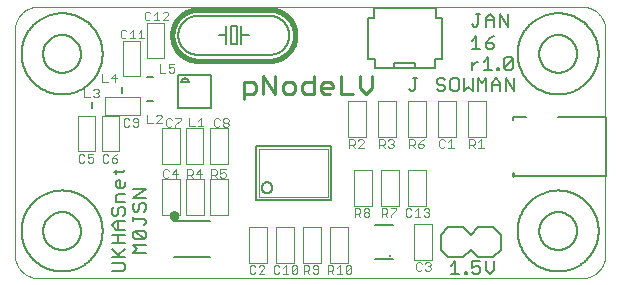
<source format=gto>
G75*
%MOIN*%
%OFA0B0*%
%FSLAX25Y25*%
%IPPOS*%
%LPD*%
%AMOC8*
5,1,8,0,0,1.08239X$1,22.5*
%
%ADD10C,0.00000*%
%ADD11C,0.00800*%
%ADD12C,0.01100*%
%ADD13C,0.00394*%
%ADD14C,0.00400*%
%ADD15C,0.01600*%
%ADD16C,0.00600*%
%ADD17C,0.00787*%
%ADD18C,0.00500*%
%ADD19C,0.00200*%
%ADD20C,0.01000*%
%ADD21C,0.00787*%
D10*
X0010374Y0002500D02*
X0191476Y0002500D01*
X0191666Y0002502D01*
X0191856Y0002509D01*
X0192046Y0002521D01*
X0192236Y0002537D01*
X0192425Y0002557D01*
X0192614Y0002583D01*
X0192802Y0002612D01*
X0192989Y0002647D01*
X0193175Y0002686D01*
X0193360Y0002729D01*
X0193545Y0002777D01*
X0193728Y0002829D01*
X0193909Y0002885D01*
X0194089Y0002946D01*
X0194268Y0003012D01*
X0194445Y0003081D01*
X0194621Y0003155D01*
X0194794Y0003233D01*
X0194966Y0003316D01*
X0195135Y0003402D01*
X0195303Y0003492D01*
X0195468Y0003587D01*
X0195631Y0003685D01*
X0195791Y0003788D01*
X0195949Y0003894D01*
X0196104Y0004004D01*
X0196257Y0004117D01*
X0196407Y0004235D01*
X0196553Y0004356D01*
X0196697Y0004480D01*
X0196838Y0004608D01*
X0196976Y0004739D01*
X0197111Y0004874D01*
X0197242Y0005012D01*
X0197370Y0005153D01*
X0197494Y0005297D01*
X0197615Y0005443D01*
X0197733Y0005593D01*
X0197846Y0005746D01*
X0197956Y0005901D01*
X0198062Y0006059D01*
X0198165Y0006219D01*
X0198263Y0006382D01*
X0198358Y0006547D01*
X0198448Y0006715D01*
X0198534Y0006884D01*
X0198617Y0007056D01*
X0198695Y0007229D01*
X0198769Y0007405D01*
X0198838Y0007582D01*
X0198904Y0007761D01*
X0198965Y0007941D01*
X0199021Y0008122D01*
X0199073Y0008305D01*
X0199121Y0008490D01*
X0199164Y0008675D01*
X0199203Y0008861D01*
X0199238Y0009048D01*
X0199267Y0009236D01*
X0199293Y0009425D01*
X0199313Y0009614D01*
X0199329Y0009804D01*
X0199341Y0009994D01*
X0199348Y0010184D01*
X0199350Y0010374D01*
X0199350Y0085177D01*
X0199348Y0085367D01*
X0199341Y0085557D01*
X0199329Y0085747D01*
X0199313Y0085937D01*
X0199293Y0086126D01*
X0199267Y0086315D01*
X0199238Y0086503D01*
X0199203Y0086690D01*
X0199164Y0086876D01*
X0199121Y0087061D01*
X0199073Y0087246D01*
X0199021Y0087429D01*
X0198965Y0087610D01*
X0198904Y0087790D01*
X0198838Y0087969D01*
X0198769Y0088146D01*
X0198695Y0088322D01*
X0198617Y0088495D01*
X0198534Y0088667D01*
X0198448Y0088836D01*
X0198358Y0089004D01*
X0198263Y0089169D01*
X0198165Y0089332D01*
X0198062Y0089492D01*
X0197956Y0089650D01*
X0197846Y0089805D01*
X0197733Y0089958D01*
X0197615Y0090108D01*
X0197494Y0090254D01*
X0197370Y0090398D01*
X0197242Y0090539D01*
X0197111Y0090677D01*
X0196976Y0090812D01*
X0196838Y0090943D01*
X0196697Y0091071D01*
X0196553Y0091195D01*
X0196407Y0091316D01*
X0196257Y0091434D01*
X0196104Y0091547D01*
X0195949Y0091657D01*
X0195791Y0091763D01*
X0195631Y0091866D01*
X0195468Y0091964D01*
X0195303Y0092059D01*
X0195135Y0092149D01*
X0194966Y0092235D01*
X0194794Y0092318D01*
X0194621Y0092396D01*
X0194445Y0092470D01*
X0194268Y0092539D01*
X0194089Y0092605D01*
X0193909Y0092666D01*
X0193728Y0092722D01*
X0193545Y0092774D01*
X0193360Y0092822D01*
X0193175Y0092865D01*
X0192989Y0092904D01*
X0192802Y0092939D01*
X0192614Y0092968D01*
X0192425Y0092994D01*
X0192236Y0093014D01*
X0192046Y0093030D01*
X0191856Y0093042D01*
X0191666Y0093049D01*
X0191476Y0093051D01*
X0010374Y0093051D01*
X0010184Y0093049D01*
X0009994Y0093042D01*
X0009804Y0093030D01*
X0009614Y0093014D01*
X0009425Y0092994D01*
X0009236Y0092968D01*
X0009048Y0092939D01*
X0008861Y0092904D01*
X0008675Y0092865D01*
X0008490Y0092822D01*
X0008305Y0092774D01*
X0008122Y0092722D01*
X0007941Y0092666D01*
X0007761Y0092605D01*
X0007582Y0092539D01*
X0007405Y0092470D01*
X0007229Y0092396D01*
X0007056Y0092318D01*
X0006884Y0092235D01*
X0006715Y0092149D01*
X0006547Y0092059D01*
X0006382Y0091964D01*
X0006219Y0091866D01*
X0006059Y0091763D01*
X0005901Y0091657D01*
X0005746Y0091547D01*
X0005593Y0091434D01*
X0005443Y0091316D01*
X0005297Y0091195D01*
X0005153Y0091071D01*
X0005012Y0090943D01*
X0004874Y0090812D01*
X0004739Y0090677D01*
X0004608Y0090539D01*
X0004480Y0090398D01*
X0004356Y0090254D01*
X0004235Y0090108D01*
X0004117Y0089958D01*
X0004004Y0089805D01*
X0003894Y0089650D01*
X0003788Y0089492D01*
X0003685Y0089332D01*
X0003587Y0089169D01*
X0003492Y0089004D01*
X0003402Y0088836D01*
X0003316Y0088667D01*
X0003233Y0088495D01*
X0003155Y0088322D01*
X0003081Y0088146D01*
X0003012Y0087969D01*
X0002946Y0087790D01*
X0002885Y0087610D01*
X0002829Y0087429D01*
X0002777Y0087246D01*
X0002729Y0087061D01*
X0002686Y0086876D01*
X0002647Y0086690D01*
X0002612Y0086503D01*
X0002583Y0086315D01*
X0002557Y0086126D01*
X0002537Y0085937D01*
X0002521Y0085747D01*
X0002509Y0085557D01*
X0002502Y0085367D01*
X0002500Y0085177D01*
X0002500Y0010374D01*
X0002502Y0010184D01*
X0002509Y0009994D01*
X0002521Y0009804D01*
X0002537Y0009614D01*
X0002557Y0009425D01*
X0002583Y0009236D01*
X0002612Y0009048D01*
X0002647Y0008861D01*
X0002686Y0008675D01*
X0002729Y0008490D01*
X0002777Y0008305D01*
X0002829Y0008122D01*
X0002885Y0007941D01*
X0002946Y0007761D01*
X0003012Y0007582D01*
X0003081Y0007405D01*
X0003155Y0007229D01*
X0003233Y0007056D01*
X0003316Y0006884D01*
X0003402Y0006715D01*
X0003492Y0006547D01*
X0003587Y0006382D01*
X0003685Y0006219D01*
X0003788Y0006059D01*
X0003894Y0005901D01*
X0004004Y0005746D01*
X0004117Y0005593D01*
X0004235Y0005443D01*
X0004356Y0005297D01*
X0004480Y0005153D01*
X0004608Y0005012D01*
X0004739Y0004874D01*
X0004874Y0004739D01*
X0005012Y0004608D01*
X0005153Y0004480D01*
X0005297Y0004356D01*
X0005443Y0004235D01*
X0005593Y0004117D01*
X0005746Y0004004D01*
X0005901Y0003894D01*
X0006059Y0003788D01*
X0006219Y0003685D01*
X0006382Y0003587D01*
X0006547Y0003492D01*
X0006715Y0003402D01*
X0006884Y0003316D01*
X0007056Y0003233D01*
X0007229Y0003155D01*
X0007405Y0003081D01*
X0007582Y0003012D01*
X0007761Y0002946D01*
X0007941Y0002885D01*
X0008122Y0002829D01*
X0008305Y0002777D01*
X0008490Y0002729D01*
X0008675Y0002686D01*
X0008861Y0002647D01*
X0009048Y0002612D01*
X0009236Y0002583D01*
X0009425Y0002557D01*
X0009614Y0002537D01*
X0009804Y0002521D01*
X0009994Y0002509D01*
X0010184Y0002502D01*
X0010374Y0002500D01*
D11*
X0034896Y0004900D02*
X0038399Y0004900D01*
X0039100Y0005601D01*
X0039100Y0007002D01*
X0038399Y0007702D01*
X0034896Y0007702D01*
X0034896Y0009504D02*
X0039100Y0009504D01*
X0037699Y0009504D02*
X0034896Y0012306D01*
X0034896Y0014108D02*
X0039100Y0014108D01*
X0036998Y0014108D02*
X0036998Y0016910D01*
X0034896Y0016910D02*
X0039100Y0016910D01*
X0041896Y0017606D02*
X0041896Y0016205D01*
X0042597Y0015504D01*
X0045399Y0015504D01*
X0042597Y0018306D01*
X0045399Y0018306D01*
X0046100Y0017606D01*
X0046100Y0016205D01*
X0045399Y0015504D01*
X0046100Y0013702D02*
X0041896Y0013702D01*
X0043298Y0012301D01*
X0041896Y0010900D01*
X0046100Y0010900D01*
X0039100Y0012306D02*
X0036998Y0010205D01*
X0041896Y0017606D02*
X0042597Y0018306D01*
X0039100Y0018712D02*
X0036298Y0018712D01*
X0034896Y0020113D01*
X0036298Y0021514D01*
X0039100Y0021514D01*
X0036998Y0021514D02*
X0036998Y0018712D01*
X0041896Y0021509D02*
X0041896Y0022910D01*
X0041896Y0022210D02*
X0045399Y0022210D01*
X0046100Y0021509D01*
X0046100Y0020808D01*
X0045399Y0020108D01*
X0039100Y0024016D02*
X0038399Y0023316D01*
X0039100Y0024016D02*
X0039100Y0025417D01*
X0038399Y0026118D01*
X0037699Y0026118D01*
X0036998Y0025417D01*
X0036998Y0024016D01*
X0036298Y0023316D01*
X0035597Y0023316D01*
X0034896Y0024016D01*
X0034896Y0025417D01*
X0035597Y0026118D01*
X0036298Y0027920D02*
X0036298Y0030021D01*
X0036998Y0030722D01*
X0039100Y0030722D01*
X0038399Y0032524D02*
X0036998Y0032524D01*
X0036298Y0033224D01*
X0036298Y0034625D01*
X0036998Y0035326D01*
X0037699Y0035326D01*
X0037699Y0032524D01*
X0038399Y0032524D02*
X0039100Y0033224D01*
X0039100Y0034625D01*
X0036298Y0037127D02*
X0036298Y0038529D01*
X0035597Y0037828D02*
X0038399Y0037828D01*
X0039100Y0038529D01*
X0041896Y0032118D02*
X0046100Y0032118D01*
X0041896Y0029316D01*
X0046100Y0029316D01*
X0045399Y0027514D02*
X0044699Y0027514D01*
X0043998Y0026814D01*
X0043998Y0025412D01*
X0043298Y0024712D01*
X0042597Y0024712D01*
X0041896Y0025412D01*
X0041896Y0026814D01*
X0042597Y0027514D01*
X0039100Y0027920D02*
X0036298Y0027920D01*
X0045399Y0027514D02*
X0046100Y0026814D01*
X0046100Y0025412D01*
X0045399Y0024712D01*
X0011949Y0018248D02*
X0011951Y0018406D01*
X0011957Y0018564D01*
X0011967Y0018722D01*
X0011981Y0018880D01*
X0011999Y0019037D01*
X0012020Y0019194D01*
X0012046Y0019350D01*
X0012076Y0019506D01*
X0012109Y0019661D01*
X0012147Y0019814D01*
X0012188Y0019967D01*
X0012233Y0020119D01*
X0012282Y0020270D01*
X0012335Y0020419D01*
X0012391Y0020567D01*
X0012451Y0020713D01*
X0012515Y0020858D01*
X0012583Y0021001D01*
X0012654Y0021143D01*
X0012728Y0021283D01*
X0012806Y0021420D01*
X0012888Y0021556D01*
X0012972Y0021690D01*
X0013061Y0021821D01*
X0013152Y0021950D01*
X0013247Y0022077D01*
X0013344Y0022202D01*
X0013445Y0022324D01*
X0013549Y0022443D01*
X0013656Y0022560D01*
X0013766Y0022674D01*
X0013879Y0022785D01*
X0013994Y0022894D01*
X0014112Y0022999D01*
X0014233Y0023101D01*
X0014356Y0023201D01*
X0014482Y0023297D01*
X0014610Y0023390D01*
X0014740Y0023480D01*
X0014873Y0023566D01*
X0015008Y0023650D01*
X0015144Y0023729D01*
X0015283Y0023806D01*
X0015424Y0023878D01*
X0015566Y0023948D01*
X0015710Y0024013D01*
X0015856Y0024075D01*
X0016003Y0024133D01*
X0016152Y0024188D01*
X0016302Y0024239D01*
X0016453Y0024286D01*
X0016605Y0024329D01*
X0016758Y0024368D01*
X0016913Y0024404D01*
X0017068Y0024435D01*
X0017224Y0024463D01*
X0017380Y0024487D01*
X0017537Y0024507D01*
X0017695Y0024523D01*
X0017852Y0024535D01*
X0018011Y0024543D01*
X0018169Y0024547D01*
X0018327Y0024547D01*
X0018485Y0024543D01*
X0018644Y0024535D01*
X0018801Y0024523D01*
X0018959Y0024507D01*
X0019116Y0024487D01*
X0019272Y0024463D01*
X0019428Y0024435D01*
X0019583Y0024404D01*
X0019738Y0024368D01*
X0019891Y0024329D01*
X0020043Y0024286D01*
X0020194Y0024239D01*
X0020344Y0024188D01*
X0020493Y0024133D01*
X0020640Y0024075D01*
X0020786Y0024013D01*
X0020930Y0023948D01*
X0021072Y0023878D01*
X0021213Y0023806D01*
X0021352Y0023729D01*
X0021488Y0023650D01*
X0021623Y0023566D01*
X0021756Y0023480D01*
X0021886Y0023390D01*
X0022014Y0023297D01*
X0022140Y0023201D01*
X0022263Y0023101D01*
X0022384Y0022999D01*
X0022502Y0022894D01*
X0022617Y0022785D01*
X0022730Y0022674D01*
X0022840Y0022560D01*
X0022947Y0022443D01*
X0023051Y0022324D01*
X0023152Y0022202D01*
X0023249Y0022077D01*
X0023344Y0021950D01*
X0023435Y0021821D01*
X0023524Y0021690D01*
X0023608Y0021556D01*
X0023690Y0021420D01*
X0023768Y0021283D01*
X0023842Y0021143D01*
X0023913Y0021001D01*
X0023981Y0020858D01*
X0024045Y0020713D01*
X0024105Y0020567D01*
X0024161Y0020419D01*
X0024214Y0020270D01*
X0024263Y0020119D01*
X0024308Y0019967D01*
X0024349Y0019814D01*
X0024387Y0019661D01*
X0024420Y0019506D01*
X0024450Y0019350D01*
X0024476Y0019194D01*
X0024497Y0019037D01*
X0024515Y0018880D01*
X0024529Y0018722D01*
X0024539Y0018564D01*
X0024545Y0018406D01*
X0024547Y0018248D01*
X0024545Y0018090D01*
X0024539Y0017932D01*
X0024529Y0017774D01*
X0024515Y0017616D01*
X0024497Y0017459D01*
X0024476Y0017302D01*
X0024450Y0017146D01*
X0024420Y0016990D01*
X0024387Y0016835D01*
X0024349Y0016682D01*
X0024308Y0016529D01*
X0024263Y0016377D01*
X0024214Y0016226D01*
X0024161Y0016077D01*
X0024105Y0015929D01*
X0024045Y0015783D01*
X0023981Y0015638D01*
X0023913Y0015495D01*
X0023842Y0015353D01*
X0023768Y0015213D01*
X0023690Y0015076D01*
X0023608Y0014940D01*
X0023524Y0014806D01*
X0023435Y0014675D01*
X0023344Y0014546D01*
X0023249Y0014419D01*
X0023152Y0014294D01*
X0023051Y0014172D01*
X0022947Y0014053D01*
X0022840Y0013936D01*
X0022730Y0013822D01*
X0022617Y0013711D01*
X0022502Y0013602D01*
X0022384Y0013497D01*
X0022263Y0013395D01*
X0022140Y0013295D01*
X0022014Y0013199D01*
X0021886Y0013106D01*
X0021756Y0013016D01*
X0021623Y0012930D01*
X0021488Y0012846D01*
X0021352Y0012767D01*
X0021213Y0012690D01*
X0021072Y0012618D01*
X0020930Y0012548D01*
X0020786Y0012483D01*
X0020640Y0012421D01*
X0020493Y0012363D01*
X0020344Y0012308D01*
X0020194Y0012257D01*
X0020043Y0012210D01*
X0019891Y0012167D01*
X0019738Y0012128D01*
X0019583Y0012092D01*
X0019428Y0012061D01*
X0019272Y0012033D01*
X0019116Y0012009D01*
X0018959Y0011989D01*
X0018801Y0011973D01*
X0018644Y0011961D01*
X0018485Y0011953D01*
X0018327Y0011949D01*
X0018169Y0011949D01*
X0018011Y0011953D01*
X0017852Y0011961D01*
X0017695Y0011973D01*
X0017537Y0011989D01*
X0017380Y0012009D01*
X0017224Y0012033D01*
X0017068Y0012061D01*
X0016913Y0012092D01*
X0016758Y0012128D01*
X0016605Y0012167D01*
X0016453Y0012210D01*
X0016302Y0012257D01*
X0016152Y0012308D01*
X0016003Y0012363D01*
X0015856Y0012421D01*
X0015710Y0012483D01*
X0015566Y0012548D01*
X0015424Y0012618D01*
X0015283Y0012690D01*
X0015144Y0012767D01*
X0015008Y0012846D01*
X0014873Y0012930D01*
X0014740Y0013016D01*
X0014610Y0013106D01*
X0014482Y0013199D01*
X0014356Y0013295D01*
X0014233Y0013395D01*
X0014112Y0013497D01*
X0013994Y0013602D01*
X0013879Y0013711D01*
X0013766Y0013822D01*
X0013656Y0013936D01*
X0013549Y0014053D01*
X0013445Y0014172D01*
X0013344Y0014294D01*
X0013247Y0014419D01*
X0013152Y0014546D01*
X0013061Y0014675D01*
X0012972Y0014806D01*
X0012888Y0014940D01*
X0012806Y0015076D01*
X0012728Y0015213D01*
X0012654Y0015353D01*
X0012583Y0015495D01*
X0012515Y0015638D01*
X0012451Y0015783D01*
X0012391Y0015929D01*
X0012335Y0016077D01*
X0012282Y0016226D01*
X0012233Y0016377D01*
X0012188Y0016529D01*
X0012147Y0016682D01*
X0012109Y0016835D01*
X0012076Y0016990D01*
X0012046Y0017146D01*
X0012020Y0017302D01*
X0011999Y0017459D01*
X0011981Y0017616D01*
X0011967Y0017774D01*
X0011957Y0017932D01*
X0011951Y0018090D01*
X0011949Y0018248D01*
X0056878Y0059287D02*
X0056878Y0070311D01*
X0067902Y0070311D01*
X0067902Y0059287D01*
X0056878Y0059287D01*
X0058059Y0067949D02*
X0060421Y0067949D01*
X0060419Y0068016D01*
X0060413Y0068084D01*
X0060404Y0068150D01*
X0060390Y0068216D01*
X0060373Y0068282D01*
X0060352Y0068346D01*
X0060328Y0068409D01*
X0060300Y0068470D01*
X0060268Y0068530D01*
X0060234Y0068587D01*
X0060195Y0068643D01*
X0060154Y0068697D01*
X0060110Y0068748D01*
X0060063Y0068796D01*
X0060013Y0068842D01*
X0059961Y0068884D01*
X0059907Y0068924D01*
X0059850Y0068960D01*
X0059791Y0068994D01*
X0059731Y0069023D01*
X0059668Y0069050D01*
X0059605Y0069072D01*
X0059540Y0069091D01*
X0059475Y0069106D01*
X0059408Y0069118D01*
X0059341Y0069126D01*
X0059274Y0069130D01*
X0059206Y0069130D01*
X0059139Y0069126D01*
X0059072Y0069118D01*
X0059005Y0069106D01*
X0058940Y0069091D01*
X0058875Y0069072D01*
X0058812Y0069050D01*
X0058749Y0069023D01*
X0058689Y0068994D01*
X0058630Y0068960D01*
X0058573Y0068924D01*
X0058519Y0068884D01*
X0058467Y0068842D01*
X0058417Y0068796D01*
X0058370Y0068748D01*
X0058326Y0068697D01*
X0058285Y0068643D01*
X0058246Y0068587D01*
X0058212Y0068530D01*
X0058180Y0068470D01*
X0058152Y0068409D01*
X0058128Y0068346D01*
X0058107Y0068282D01*
X0058090Y0068216D01*
X0058076Y0068150D01*
X0058067Y0068084D01*
X0058061Y0068016D01*
X0058059Y0067949D01*
X0011949Y0077303D02*
X0011951Y0077461D01*
X0011957Y0077619D01*
X0011967Y0077777D01*
X0011981Y0077935D01*
X0011999Y0078092D01*
X0012020Y0078249D01*
X0012046Y0078405D01*
X0012076Y0078561D01*
X0012109Y0078716D01*
X0012147Y0078869D01*
X0012188Y0079022D01*
X0012233Y0079174D01*
X0012282Y0079325D01*
X0012335Y0079474D01*
X0012391Y0079622D01*
X0012451Y0079768D01*
X0012515Y0079913D01*
X0012583Y0080056D01*
X0012654Y0080198D01*
X0012728Y0080338D01*
X0012806Y0080475D01*
X0012888Y0080611D01*
X0012972Y0080745D01*
X0013061Y0080876D01*
X0013152Y0081005D01*
X0013247Y0081132D01*
X0013344Y0081257D01*
X0013445Y0081379D01*
X0013549Y0081498D01*
X0013656Y0081615D01*
X0013766Y0081729D01*
X0013879Y0081840D01*
X0013994Y0081949D01*
X0014112Y0082054D01*
X0014233Y0082156D01*
X0014356Y0082256D01*
X0014482Y0082352D01*
X0014610Y0082445D01*
X0014740Y0082535D01*
X0014873Y0082621D01*
X0015008Y0082705D01*
X0015144Y0082784D01*
X0015283Y0082861D01*
X0015424Y0082933D01*
X0015566Y0083003D01*
X0015710Y0083068D01*
X0015856Y0083130D01*
X0016003Y0083188D01*
X0016152Y0083243D01*
X0016302Y0083294D01*
X0016453Y0083341D01*
X0016605Y0083384D01*
X0016758Y0083423D01*
X0016913Y0083459D01*
X0017068Y0083490D01*
X0017224Y0083518D01*
X0017380Y0083542D01*
X0017537Y0083562D01*
X0017695Y0083578D01*
X0017852Y0083590D01*
X0018011Y0083598D01*
X0018169Y0083602D01*
X0018327Y0083602D01*
X0018485Y0083598D01*
X0018644Y0083590D01*
X0018801Y0083578D01*
X0018959Y0083562D01*
X0019116Y0083542D01*
X0019272Y0083518D01*
X0019428Y0083490D01*
X0019583Y0083459D01*
X0019738Y0083423D01*
X0019891Y0083384D01*
X0020043Y0083341D01*
X0020194Y0083294D01*
X0020344Y0083243D01*
X0020493Y0083188D01*
X0020640Y0083130D01*
X0020786Y0083068D01*
X0020930Y0083003D01*
X0021072Y0082933D01*
X0021213Y0082861D01*
X0021352Y0082784D01*
X0021488Y0082705D01*
X0021623Y0082621D01*
X0021756Y0082535D01*
X0021886Y0082445D01*
X0022014Y0082352D01*
X0022140Y0082256D01*
X0022263Y0082156D01*
X0022384Y0082054D01*
X0022502Y0081949D01*
X0022617Y0081840D01*
X0022730Y0081729D01*
X0022840Y0081615D01*
X0022947Y0081498D01*
X0023051Y0081379D01*
X0023152Y0081257D01*
X0023249Y0081132D01*
X0023344Y0081005D01*
X0023435Y0080876D01*
X0023524Y0080745D01*
X0023608Y0080611D01*
X0023690Y0080475D01*
X0023768Y0080338D01*
X0023842Y0080198D01*
X0023913Y0080056D01*
X0023981Y0079913D01*
X0024045Y0079768D01*
X0024105Y0079622D01*
X0024161Y0079474D01*
X0024214Y0079325D01*
X0024263Y0079174D01*
X0024308Y0079022D01*
X0024349Y0078869D01*
X0024387Y0078716D01*
X0024420Y0078561D01*
X0024450Y0078405D01*
X0024476Y0078249D01*
X0024497Y0078092D01*
X0024515Y0077935D01*
X0024529Y0077777D01*
X0024539Y0077619D01*
X0024545Y0077461D01*
X0024547Y0077303D01*
X0024545Y0077145D01*
X0024539Y0076987D01*
X0024529Y0076829D01*
X0024515Y0076671D01*
X0024497Y0076514D01*
X0024476Y0076357D01*
X0024450Y0076201D01*
X0024420Y0076045D01*
X0024387Y0075890D01*
X0024349Y0075737D01*
X0024308Y0075584D01*
X0024263Y0075432D01*
X0024214Y0075281D01*
X0024161Y0075132D01*
X0024105Y0074984D01*
X0024045Y0074838D01*
X0023981Y0074693D01*
X0023913Y0074550D01*
X0023842Y0074408D01*
X0023768Y0074268D01*
X0023690Y0074131D01*
X0023608Y0073995D01*
X0023524Y0073861D01*
X0023435Y0073730D01*
X0023344Y0073601D01*
X0023249Y0073474D01*
X0023152Y0073349D01*
X0023051Y0073227D01*
X0022947Y0073108D01*
X0022840Y0072991D01*
X0022730Y0072877D01*
X0022617Y0072766D01*
X0022502Y0072657D01*
X0022384Y0072552D01*
X0022263Y0072450D01*
X0022140Y0072350D01*
X0022014Y0072254D01*
X0021886Y0072161D01*
X0021756Y0072071D01*
X0021623Y0071985D01*
X0021488Y0071901D01*
X0021352Y0071822D01*
X0021213Y0071745D01*
X0021072Y0071673D01*
X0020930Y0071603D01*
X0020786Y0071538D01*
X0020640Y0071476D01*
X0020493Y0071418D01*
X0020344Y0071363D01*
X0020194Y0071312D01*
X0020043Y0071265D01*
X0019891Y0071222D01*
X0019738Y0071183D01*
X0019583Y0071147D01*
X0019428Y0071116D01*
X0019272Y0071088D01*
X0019116Y0071064D01*
X0018959Y0071044D01*
X0018801Y0071028D01*
X0018644Y0071016D01*
X0018485Y0071008D01*
X0018327Y0071004D01*
X0018169Y0071004D01*
X0018011Y0071008D01*
X0017852Y0071016D01*
X0017695Y0071028D01*
X0017537Y0071044D01*
X0017380Y0071064D01*
X0017224Y0071088D01*
X0017068Y0071116D01*
X0016913Y0071147D01*
X0016758Y0071183D01*
X0016605Y0071222D01*
X0016453Y0071265D01*
X0016302Y0071312D01*
X0016152Y0071363D01*
X0016003Y0071418D01*
X0015856Y0071476D01*
X0015710Y0071538D01*
X0015566Y0071603D01*
X0015424Y0071673D01*
X0015283Y0071745D01*
X0015144Y0071822D01*
X0015008Y0071901D01*
X0014873Y0071985D01*
X0014740Y0072071D01*
X0014610Y0072161D01*
X0014482Y0072254D01*
X0014356Y0072350D01*
X0014233Y0072450D01*
X0014112Y0072552D01*
X0013994Y0072657D01*
X0013879Y0072766D01*
X0013766Y0072877D01*
X0013656Y0072991D01*
X0013549Y0073108D01*
X0013445Y0073227D01*
X0013344Y0073349D01*
X0013247Y0073474D01*
X0013152Y0073601D01*
X0013061Y0073730D01*
X0012972Y0073861D01*
X0012888Y0073995D01*
X0012806Y0074131D01*
X0012728Y0074268D01*
X0012654Y0074408D01*
X0012583Y0074550D01*
X0012515Y0074693D01*
X0012451Y0074838D01*
X0012391Y0074984D01*
X0012335Y0075132D01*
X0012282Y0075281D01*
X0012233Y0075432D01*
X0012188Y0075584D01*
X0012147Y0075737D01*
X0012109Y0075890D01*
X0012076Y0076045D01*
X0012046Y0076201D01*
X0012020Y0076357D01*
X0011999Y0076514D01*
X0011981Y0076671D01*
X0011967Y0076829D01*
X0011957Y0076987D01*
X0011951Y0077145D01*
X0011949Y0077303D01*
X0133900Y0065601D02*
X0134601Y0064900D01*
X0135301Y0064900D01*
X0136002Y0065601D01*
X0136002Y0069104D01*
X0136702Y0069104D02*
X0135301Y0069104D01*
X0143108Y0068403D02*
X0143108Y0067702D01*
X0143808Y0067002D01*
X0145210Y0067002D01*
X0145910Y0066301D01*
X0145910Y0065601D01*
X0145210Y0064900D01*
X0143808Y0064900D01*
X0143108Y0065601D01*
X0147712Y0065601D02*
X0148412Y0064900D01*
X0149814Y0064900D01*
X0150514Y0065601D01*
X0150514Y0068403D01*
X0149814Y0069104D01*
X0148412Y0069104D01*
X0147712Y0068403D01*
X0147712Y0065601D01*
X0152316Y0064900D02*
X0153717Y0066301D01*
X0155118Y0064900D01*
X0155118Y0069104D01*
X0156920Y0069104D02*
X0158321Y0067702D01*
X0159722Y0069104D01*
X0159722Y0064900D01*
X0161524Y0064900D02*
X0161524Y0067702D01*
X0162925Y0069104D01*
X0164326Y0067702D01*
X0164326Y0064900D01*
X0166127Y0064900D02*
X0166127Y0069104D01*
X0168930Y0064900D01*
X0168930Y0069104D01*
X0164326Y0067002D02*
X0161524Y0067002D01*
X0156920Y0064900D02*
X0156920Y0069104D01*
X0152316Y0069104D02*
X0152316Y0064900D01*
X0145910Y0068403D02*
X0145210Y0069104D01*
X0143808Y0069104D01*
X0143108Y0068403D01*
X0154900Y0071900D02*
X0154900Y0074702D01*
X0154900Y0073301D02*
X0156301Y0074702D01*
X0157002Y0074702D01*
X0158737Y0074702D02*
X0160138Y0076104D01*
X0160138Y0071900D01*
X0158737Y0071900D02*
X0161539Y0071900D01*
X0163341Y0071900D02*
X0163341Y0072601D01*
X0164041Y0072601D01*
X0164041Y0071900D01*
X0163341Y0071900D01*
X0165642Y0072601D02*
X0168445Y0075403D01*
X0168445Y0072601D01*
X0167744Y0071900D01*
X0166343Y0071900D01*
X0165642Y0072601D01*
X0165642Y0075403D01*
X0166343Y0076104D01*
X0167744Y0076104D01*
X0168445Y0075403D01*
X0162306Y0079601D02*
X0161606Y0078900D01*
X0160205Y0078900D01*
X0159504Y0079601D01*
X0159504Y0081002D01*
X0161606Y0081002D01*
X0162306Y0080301D01*
X0162306Y0079601D01*
X0160905Y0082403D02*
X0159504Y0081002D01*
X0160905Y0082403D02*
X0162306Y0083104D01*
X0156301Y0083104D02*
X0156301Y0078900D01*
X0154900Y0078900D02*
X0157702Y0078900D01*
X0154900Y0081702D02*
X0156301Y0083104D01*
X0156301Y0086400D02*
X0155601Y0086400D01*
X0154900Y0087101D01*
X0156301Y0086400D02*
X0157002Y0087101D01*
X0157002Y0090604D01*
X0157702Y0090604D02*
X0156301Y0090604D01*
X0159504Y0089202D02*
X0160905Y0090604D01*
X0162306Y0089202D01*
X0162306Y0086400D01*
X0164108Y0086400D02*
X0164108Y0090604D01*
X0166910Y0086400D01*
X0166910Y0090604D01*
X0162306Y0088502D02*
X0159504Y0088502D01*
X0159504Y0089202D02*
X0159504Y0086400D01*
X0177303Y0077303D02*
X0177305Y0077461D01*
X0177311Y0077619D01*
X0177321Y0077777D01*
X0177335Y0077935D01*
X0177353Y0078092D01*
X0177374Y0078249D01*
X0177400Y0078405D01*
X0177430Y0078561D01*
X0177463Y0078716D01*
X0177501Y0078869D01*
X0177542Y0079022D01*
X0177587Y0079174D01*
X0177636Y0079325D01*
X0177689Y0079474D01*
X0177745Y0079622D01*
X0177805Y0079768D01*
X0177869Y0079913D01*
X0177937Y0080056D01*
X0178008Y0080198D01*
X0178082Y0080338D01*
X0178160Y0080475D01*
X0178242Y0080611D01*
X0178326Y0080745D01*
X0178415Y0080876D01*
X0178506Y0081005D01*
X0178601Y0081132D01*
X0178698Y0081257D01*
X0178799Y0081379D01*
X0178903Y0081498D01*
X0179010Y0081615D01*
X0179120Y0081729D01*
X0179233Y0081840D01*
X0179348Y0081949D01*
X0179466Y0082054D01*
X0179587Y0082156D01*
X0179710Y0082256D01*
X0179836Y0082352D01*
X0179964Y0082445D01*
X0180094Y0082535D01*
X0180227Y0082621D01*
X0180362Y0082705D01*
X0180498Y0082784D01*
X0180637Y0082861D01*
X0180778Y0082933D01*
X0180920Y0083003D01*
X0181064Y0083068D01*
X0181210Y0083130D01*
X0181357Y0083188D01*
X0181506Y0083243D01*
X0181656Y0083294D01*
X0181807Y0083341D01*
X0181959Y0083384D01*
X0182112Y0083423D01*
X0182267Y0083459D01*
X0182422Y0083490D01*
X0182578Y0083518D01*
X0182734Y0083542D01*
X0182891Y0083562D01*
X0183049Y0083578D01*
X0183206Y0083590D01*
X0183365Y0083598D01*
X0183523Y0083602D01*
X0183681Y0083602D01*
X0183839Y0083598D01*
X0183998Y0083590D01*
X0184155Y0083578D01*
X0184313Y0083562D01*
X0184470Y0083542D01*
X0184626Y0083518D01*
X0184782Y0083490D01*
X0184937Y0083459D01*
X0185092Y0083423D01*
X0185245Y0083384D01*
X0185397Y0083341D01*
X0185548Y0083294D01*
X0185698Y0083243D01*
X0185847Y0083188D01*
X0185994Y0083130D01*
X0186140Y0083068D01*
X0186284Y0083003D01*
X0186426Y0082933D01*
X0186567Y0082861D01*
X0186706Y0082784D01*
X0186842Y0082705D01*
X0186977Y0082621D01*
X0187110Y0082535D01*
X0187240Y0082445D01*
X0187368Y0082352D01*
X0187494Y0082256D01*
X0187617Y0082156D01*
X0187738Y0082054D01*
X0187856Y0081949D01*
X0187971Y0081840D01*
X0188084Y0081729D01*
X0188194Y0081615D01*
X0188301Y0081498D01*
X0188405Y0081379D01*
X0188506Y0081257D01*
X0188603Y0081132D01*
X0188698Y0081005D01*
X0188789Y0080876D01*
X0188878Y0080745D01*
X0188962Y0080611D01*
X0189044Y0080475D01*
X0189122Y0080338D01*
X0189196Y0080198D01*
X0189267Y0080056D01*
X0189335Y0079913D01*
X0189399Y0079768D01*
X0189459Y0079622D01*
X0189515Y0079474D01*
X0189568Y0079325D01*
X0189617Y0079174D01*
X0189662Y0079022D01*
X0189703Y0078869D01*
X0189741Y0078716D01*
X0189774Y0078561D01*
X0189804Y0078405D01*
X0189830Y0078249D01*
X0189851Y0078092D01*
X0189869Y0077935D01*
X0189883Y0077777D01*
X0189893Y0077619D01*
X0189899Y0077461D01*
X0189901Y0077303D01*
X0189899Y0077145D01*
X0189893Y0076987D01*
X0189883Y0076829D01*
X0189869Y0076671D01*
X0189851Y0076514D01*
X0189830Y0076357D01*
X0189804Y0076201D01*
X0189774Y0076045D01*
X0189741Y0075890D01*
X0189703Y0075737D01*
X0189662Y0075584D01*
X0189617Y0075432D01*
X0189568Y0075281D01*
X0189515Y0075132D01*
X0189459Y0074984D01*
X0189399Y0074838D01*
X0189335Y0074693D01*
X0189267Y0074550D01*
X0189196Y0074408D01*
X0189122Y0074268D01*
X0189044Y0074131D01*
X0188962Y0073995D01*
X0188878Y0073861D01*
X0188789Y0073730D01*
X0188698Y0073601D01*
X0188603Y0073474D01*
X0188506Y0073349D01*
X0188405Y0073227D01*
X0188301Y0073108D01*
X0188194Y0072991D01*
X0188084Y0072877D01*
X0187971Y0072766D01*
X0187856Y0072657D01*
X0187738Y0072552D01*
X0187617Y0072450D01*
X0187494Y0072350D01*
X0187368Y0072254D01*
X0187240Y0072161D01*
X0187110Y0072071D01*
X0186977Y0071985D01*
X0186842Y0071901D01*
X0186706Y0071822D01*
X0186567Y0071745D01*
X0186426Y0071673D01*
X0186284Y0071603D01*
X0186140Y0071538D01*
X0185994Y0071476D01*
X0185847Y0071418D01*
X0185698Y0071363D01*
X0185548Y0071312D01*
X0185397Y0071265D01*
X0185245Y0071222D01*
X0185092Y0071183D01*
X0184937Y0071147D01*
X0184782Y0071116D01*
X0184626Y0071088D01*
X0184470Y0071064D01*
X0184313Y0071044D01*
X0184155Y0071028D01*
X0183998Y0071016D01*
X0183839Y0071008D01*
X0183681Y0071004D01*
X0183523Y0071004D01*
X0183365Y0071008D01*
X0183206Y0071016D01*
X0183049Y0071028D01*
X0182891Y0071044D01*
X0182734Y0071064D01*
X0182578Y0071088D01*
X0182422Y0071116D01*
X0182267Y0071147D01*
X0182112Y0071183D01*
X0181959Y0071222D01*
X0181807Y0071265D01*
X0181656Y0071312D01*
X0181506Y0071363D01*
X0181357Y0071418D01*
X0181210Y0071476D01*
X0181064Y0071538D01*
X0180920Y0071603D01*
X0180778Y0071673D01*
X0180637Y0071745D01*
X0180498Y0071822D01*
X0180362Y0071901D01*
X0180227Y0071985D01*
X0180094Y0072071D01*
X0179964Y0072161D01*
X0179836Y0072254D01*
X0179710Y0072350D01*
X0179587Y0072450D01*
X0179466Y0072552D01*
X0179348Y0072657D01*
X0179233Y0072766D01*
X0179120Y0072877D01*
X0179010Y0072991D01*
X0178903Y0073108D01*
X0178799Y0073227D01*
X0178698Y0073349D01*
X0178601Y0073474D01*
X0178506Y0073601D01*
X0178415Y0073730D01*
X0178326Y0073861D01*
X0178242Y0073995D01*
X0178160Y0074131D01*
X0178082Y0074268D01*
X0178008Y0074408D01*
X0177937Y0074550D01*
X0177869Y0074693D01*
X0177805Y0074838D01*
X0177745Y0074984D01*
X0177689Y0075132D01*
X0177636Y0075281D01*
X0177587Y0075432D01*
X0177542Y0075584D01*
X0177501Y0075737D01*
X0177463Y0075890D01*
X0177430Y0076045D01*
X0177400Y0076201D01*
X0177374Y0076357D01*
X0177353Y0076514D01*
X0177335Y0076671D01*
X0177321Y0076829D01*
X0177311Y0076987D01*
X0177305Y0077145D01*
X0177303Y0077303D01*
X0172988Y0056343D02*
X0168657Y0056343D01*
X0168657Y0055161D01*
X0183618Y0056343D02*
X0199465Y0056343D01*
X0199465Y0036657D01*
X0168657Y0036657D01*
X0162000Y0019500D02*
X0157000Y0019500D01*
X0154500Y0017000D01*
X0152000Y0019500D01*
X0147000Y0019500D01*
X0144500Y0017000D01*
X0144500Y0012000D01*
X0147000Y0009500D01*
X0152000Y0009500D01*
X0154500Y0012000D01*
X0157000Y0009500D01*
X0162000Y0009500D01*
X0164500Y0012000D01*
X0164500Y0017000D01*
X0162000Y0019500D01*
X0177303Y0018248D02*
X0177305Y0018406D01*
X0177311Y0018564D01*
X0177321Y0018722D01*
X0177335Y0018880D01*
X0177353Y0019037D01*
X0177374Y0019194D01*
X0177400Y0019350D01*
X0177430Y0019506D01*
X0177463Y0019661D01*
X0177501Y0019814D01*
X0177542Y0019967D01*
X0177587Y0020119D01*
X0177636Y0020270D01*
X0177689Y0020419D01*
X0177745Y0020567D01*
X0177805Y0020713D01*
X0177869Y0020858D01*
X0177937Y0021001D01*
X0178008Y0021143D01*
X0178082Y0021283D01*
X0178160Y0021420D01*
X0178242Y0021556D01*
X0178326Y0021690D01*
X0178415Y0021821D01*
X0178506Y0021950D01*
X0178601Y0022077D01*
X0178698Y0022202D01*
X0178799Y0022324D01*
X0178903Y0022443D01*
X0179010Y0022560D01*
X0179120Y0022674D01*
X0179233Y0022785D01*
X0179348Y0022894D01*
X0179466Y0022999D01*
X0179587Y0023101D01*
X0179710Y0023201D01*
X0179836Y0023297D01*
X0179964Y0023390D01*
X0180094Y0023480D01*
X0180227Y0023566D01*
X0180362Y0023650D01*
X0180498Y0023729D01*
X0180637Y0023806D01*
X0180778Y0023878D01*
X0180920Y0023948D01*
X0181064Y0024013D01*
X0181210Y0024075D01*
X0181357Y0024133D01*
X0181506Y0024188D01*
X0181656Y0024239D01*
X0181807Y0024286D01*
X0181959Y0024329D01*
X0182112Y0024368D01*
X0182267Y0024404D01*
X0182422Y0024435D01*
X0182578Y0024463D01*
X0182734Y0024487D01*
X0182891Y0024507D01*
X0183049Y0024523D01*
X0183206Y0024535D01*
X0183365Y0024543D01*
X0183523Y0024547D01*
X0183681Y0024547D01*
X0183839Y0024543D01*
X0183998Y0024535D01*
X0184155Y0024523D01*
X0184313Y0024507D01*
X0184470Y0024487D01*
X0184626Y0024463D01*
X0184782Y0024435D01*
X0184937Y0024404D01*
X0185092Y0024368D01*
X0185245Y0024329D01*
X0185397Y0024286D01*
X0185548Y0024239D01*
X0185698Y0024188D01*
X0185847Y0024133D01*
X0185994Y0024075D01*
X0186140Y0024013D01*
X0186284Y0023948D01*
X0186426Y0023878D01*
X0186567Y0023806D01*
X0186706Y0023729D01*
X0186842Y0023650D01*
X0186977Y0023566D01*
X0187110Y0023480D01*
X0187240Y0023390D01*
X0187368Y0023297D01*
X0187494Y0023201D01*
X0187617Y0023101D01*
X0187738Y0022999D01*
X0187856Y0022894D01*
X0187971Y0022785D01*
X0188084Y0022674D01*
X0188194Y0022560D01*
X0188301Y0022443D01*
X0188405Y0022324D01*
X0188506Y0022202D01*
X0188603Y0022077D01*
X0188698Y0021950D01*
X0188789Y0021821D01*
X0188878Y0021690D01*
X0188962Y0021556D01*
X0189044Y0021420D01*
X0189122Y0021283D01*
X0189196Y0021143D01*
X0189267Y0021001D01*
X0189335Y0020858D01*
X0189399Y0020713D01*
X0189459Y0020567D01*
X0189515Y0020419D01*
X0189568Y0020270D01*
X0189617Y0020119D01*
X0189662Y0019967D01*
X0189703Y0019814D01*
X0189741Y0019661D01*
X0189774Y0019506D01*
X0189804Y0019350D01*
X0189830Y0019194D01*
X0189851Y0019037D01*
X0189869Y0018880D01*
X0189883Y0018722D01*
X0189893Y0018564D01*
X0189899Y0018406D01*
X0189901Y0018248D01*
X0189899Y0018090D01*
X0189893Y0017932D01*
X0189883Y0017774D01*
X0189869Y0017616D01*
X0189851Y0017459D01*
X0189830Y0017302D01*
X0189804Y0017146D01*
X0189774Y0016990D01*
X0189741Y0016835D01*
X0189703Y0016682D01*
X0189662Y0016529D01*
X0189617Y0016377D01*
X0189568Y0016226D01*
X0189515Y0016077D01*
X0189459Y0015929D01*
X0189399Y0015783D01*
X0189335Y0015638D01*
X0189267Y0015495D01*
X0189196Y0015353D01*
X0189122Y0015213D01*
X0189044Y0015076D01*
X0188962Y0014940D01*
X0188878Y0014806D01*
X0188789Y0014675D01*
X0188698Y0014546D01*
X0188603Y0014419D01*
X0188506Y0014294D01*
X0188405Y0014172D01*
X0188301Y0014053D01*
X0188194Y0013936D01*
X0188084Y0013822D01*
X0187971Y0013711D01*
X0187856Y0013602D01*
X0187738Y0013497D01*
X0187617Y0013395D01*
X0187494Y0013295D01*
X0187368Y0013199D01*
X0187240Y0013106D01*
X0187110Y0013016D01*
X0186977Y0012930D01*
X0186842Y0012846D01*
X0186706Y0012767D01*
X0186567Y0012690D01*
X0186426Y0012618D01*
X0186284Y0012548D01*
X0186140Y0012483D01*
X0185994Y0012421D01*
X0185847Y0012363D01*
X0185698Y0012308D01*
X0185548Y0012257D01*
X0185397Y0012210D01*
X0185245Y0012167D01*
X0185092Y0012128D01*
X0184937Y0012092D01*
X0184782Y0012061D01*
X0184626Y0012033D01*
X0184470Y0012009D01*
X0184313Y0011989D01*
X0184155Y0011973D01*
X0183998Y0011961D01*
X0183839Y0011953D01*
X0183681Y0011949D01*
X0183523Y0011949D01*
X0183365Y0011953D01*
X0183206Y0011961D01*
X0183049Y0011973D01*
X0182891Y0011989D01*
X0182734Y0012009D01*
X0182578Y0012033D01*
X0182422Y0012061D01*
X0182267Y0012092D01*
X0182112Y0012128D01*
X0181959Y0012167D01*
X0181807Y0012210D01*
X0181656Y0012257D01*
X0181506Y0012308D01*
X0181357Y0012363D01*
X0181210Y0012421D01*
X0181064Y0012483D01*
X0180920Y0012548D01*
X0180778Y0012618D01*
X0180637Y0012690D01*
X0180498Y0012767D01*
X0180362Y0012846D01*
X0180227Y0012930D01*
X0180094Y0013016D01*
X0179964Y0013106D01*
X0179836Y0013199D01*
X0179710Y0013295D01*
X0179587Y0013395D01*
X0179466Y0013497D01*
X0179348Y0013602D01*
X0179233Y0013711D01*
X0179120Y0013822D01*
X0179010Y0013936D01*
X0178903Y0014053D01*
X0178799Y0014172D01*
X0178698Y0014294D01*
X0178601Y0014419D01*
X0178506Y0014546D01*
X0178415Y0014675D01*
X0178326Y0014806D01*
X0178242Y0014940D01*
X0178160Y0015076D01*
X0178082Y0015213D01*
X0178008Y0015353D01*
X0177937Y0015495D01*
X0177869Y0015638D01*
X0177805Y0015783D01*
X0177745Y0015929D01*
X0177689Y0016077D01*
X0177636Y0016226D01*
X0177587Y0016377D01*
X0177542Y0016529D01*
X0177501Y0016682D01*
X0177463Y0016835D01*
X0177430Y0016990D01*
X0177400Y0017146D01*
X0177374Y0017302D01*
X0177353Y0017459D01*
X0177335Y0017616D01*
X0177321Y0017774D01*
X0177311Y0017932D01*
X0177305Y0018090D01*
X0177303Y0018248D01*
X0162212Y0008104D02*
X0162212Y0005301D01*
X0160811Y0003900D01*
X0159410Y0005301D01*
X0159410Y0008104D01*
X0157608Y0008104D02*
X0154806Y0008104D01*
X0154806Y0006002D01*
X0156207Y0006702D01*
X0156908Y0006702D01*
X0157608Y0006002D01*
X0157608Y0004601D01*
X0156908Y0003900D01*
X0155506Y0003900D01*
X0154806Y0004601D01*
X0153205Y0004601D02*
X0153205Y0003900D01*
X0152504Y0003900D01*
X0152504Y0004601D01*
X0153205Y0004601D01*
X0150702Y0003900D02*
X0147900Y0003900D01*
X0149301Y0003900D02*
X0149301Y0008104D01*
X0147900Y0006702D01*
D12*
X0078931Y0062082D02*
X0078931Y0067987D01*
X0081884Y0067987D01*
X0082868Y0067003D01*
X0082868Y0065034D01*
X0081884Y0064050D01*
X0078931Y0064050D01*
X0085377Y0064050D02*
X0085377Y0069955D01*
X0089314Y0064050D01*
X0089314Y0069955D01*
X0091822Y0067003D02*
X0092807Y0067987D01*
X0094775Y0067987D01*
X0095759Y0067003D01*
X0095759Y0065034D01*
X0094775Y0064050D01*
X0092807Y0064050D01*
X0091822Y0065034D01*
X0091822Y0067003D01*
X0098268Y0067003D02*
X0098268Y0065034D01*
X0099252Y0064050D01*
X0102205Y0064050D01*
X0102205Y0069955D01*
X0102205Y0067987D02*
X0099252Y0067987D01*
X0098268Y0067003D01*
X0104713Y0067003D02*
X0104713Y0065034D01*
X0105698Y0064050D01*
X0107666Y0064050D01*
X0108650Y0066018D02*
X0104713Y0066018D01*
X0104713Y0067003D02*
X0105698Y0067987D01*
X0107666Y0067987D01*
X0108650Y0067003D01*
X0108650Y0066018D01*
X0111159Y0064050D02*
X0115096Y0064050D01*
X0111159Y0064050D02*
X0111159Y0069955D01*
X0117604Y0069955D02*
X0117604Y0066018D01*
X0119573Y0064050D01*
X0121541Y0066018D01*
X0121541Y0069955D01*
D13*
X0123547Y0061406D02*
X0123547Y0049594D01*
X0129453Y0049594D01*
X0129453Y0061406D01*
X0123547Y0061406D01*
X0119453Y0061406D02*
X0113547Y0061406D01*
X0113547Y0049594D01*
X0119453Y0049594D01*
X0119453Y0061406D01*
X0133547Y0061406D02*
X0139453Y0061406D01*
X0139453Y0049594D01*
X0133547Y0049594D01*
X0133547Y0061406D01*
X0143547Y0061406D02*
X0149453Y0061406D01*
X0149453Y0049594D01*
X0143547Y0049594D01*
X0143547Y0061406D01*
X0153547Y0061406D02*
X0153547Y0049594D01*
X0159453Y0049594D01*
X0159453Y0061406D01*
X0153547Y0061406D01*
X0139453Y0038406D02*
X0133547Y0038406D01*
X0133547Y0026594D01*
X0139453Y0026594D01*
X0139453Y0038406D01*
X0130453Y0038406D02*
X0124547Y0038406D01*
X0124547Y0026594D01*
X0130453Y0026594D01*
X0130453Y0038406D01*
X0121453Y0038406D02*
X0115547Y0038406D01*
X0115547Y0026594D01*
X0121453Y0026594D01*
X0121453Y0038406D01*
X0135547Y0020406D02*
X0135547Y0008594D01*
X0141453Y0008594D01*
X0141453Y0020406D01*
X0135547Y0020406D01*
X0113453Y0019406D02*
X0107547Y0019406D01*
X0107547Y0007594D01*
X0113453Y0007594D01*
X0113453Y0019406D01*
X0104453Y0019406D02*
X0098547Y0019406D01*
X0098547Y0007594D01*
X0104453Y0007594D01*
X0104453Y0019406D01*
X0095453Y0019406D02*
X0089547Y0019406D01*
X0089547Y0007594D01*
X0095453Y0007594D01*
X0095453Y0019406D01*
X0086453Y0019406D02*
X0080547Y0019406D01*
X0080547Y0007594D01*
X0086453Y0007594D01*
X0086453Y0019406D01*
X0073453Y0023594D02*
X0067547Y0023594D01*
X0067547Y0035406D01*
X0073453Y0035406D01*
X0073453Y0023594D01*
X0065453Y0023594D02*
X0059547Y0023594D01*
X0059547Y0035406D01*
X0065453Y0035406D01*
X0065453Y0023594D01*
X0057453Y0023594D02*
X0057453Y0035406D01*
X0051547Y0035406D01*
X0051547Y0023594D01*
X0057453Y0023594D01*
X0057453Y0040594D02*
X0051547Y0040594D01*
X0051547Y0052406D01*
X0057453Y0052406D01*
X0057453Y0040594D01*
X0059626Y0040476D02*
X0059626Y0052524D01*
X0065374Y0052524D01*
X0065374Y0040476D01*
X0059626Y0040476D01*
X0067547Y0040594D02*
X0073453Y0040594D01*
X0073453Y0052406D01*
X0067547Y0052406D01*
X0067547Y0040594D01*
X0037343Y0044794D02*
X0037343Y0056605D01*
X0031437Y0056605D01*
X0031437Y0044794D01*
X0037343Y0044794D01*
X0029343Y0044894D02*
X0023437Y0044894D01*
X0023437Y0056705D01*
X0029343Y0056705D01*
X0029343Y0044894D01*
X0032484Y0056846D02*
X0044295Y0056846D01*
X0044295Y0062752D01*
X0032484Y0062752D01*
X0032484Y0056846D01*
X0038437Y0069894D02*
X0044343Y0069894D01*
X0044343Y0081705D01*
X0038437Y0081705D01*
X0038437Y0069894D01*
X0046453Y0075894D02*
X0052358Y0075894D01*
X0052358Y0087705D01*
X0046453Y0087705D01*
X0046453Y0075894D01*
D14*
X0050807Y0073802D02*
X0050807Y0071000D01*
X0052675Y0071000D01*
X0053753Y0071467D02*
X0054221Y0071000D01*
X0055155Y0071000D01*
X0055622Y0071467D01*
X0055622Y0072401D01*
X0055155Y0072868D01*
X0054688Y0072868D01*
X0053753Y0072401D01*
X0053753Y0073802D01*
X0055622Y0073802D01*
X0045622Y0082500D02*
X0043753Y0082500D01*
X0044688Y0082500D02*
X0044688Y0085302D01*
X0043753Y0084368D01*
X0041741Y0085302D02*
X0041741Y0082500D01*
X0040807Y0082500D02*
X0042675Y0082500D01*
X0040807Y0084368D02*
X0041741Y0085302D01*
X0039729Y0084835D02*
X0039262Y0085302D01*
X0038328Y0085302D01*
X0037860Y0084835D01*
X0037860Y0082967D01*
X0038328Y0082500D01*
X0039262Y0082500D01*
X0039729Y0082967D01*
X0045860Y0088967D02*
X0046328Y0088500D01*
X0047262Y0088500D01*
X0047729Y0088967D01*
X0048807Y0088500D02*
X0050675Y0088500D01*
X0049741Y0088500D02*
X0049741Y0091302D01*
X0048807Y0090368D01*
X0047729Y0090835D02*
X0047262Y0091302D01*
X0046328Y0091302D01*
X0045860Y0090835D01*
X0045860Y0088967D01*
X0051753Y0088500D02*
X0053622Y0090368D01*
X0053622Y0090835D01*
X0053155Y0091302D01*
X0052221Y0091302D01*
X0051753Y0090835D01*
X0051753Y0088500D02*
X0053622Y0088500D01*
X0036044Y0070602D02*
X0034643Y0069200D01*
X0036512Y0069200D01*
X0036044Y0067799D02*
X0036044Y0070602D01*
X0031697Y0070602D02*
X0031697Y0067799D01*
X0033565Y0067799D01*
X0030512Y0065135D02*
X0030044Y0065602D01*
X0029110Y0065602D01*
X0028643Y0065135D01*
X0029577Y0064200D02*
X0030044Y0064200D01*
X0030512Y0063733D01*
X0030512Y0063266D01*
X0030044Y0062799D01*
X0029110Y0062799D01*
X0028643Y0063266D01*
X0027565Y0062799D02*
X0025697Y0062799D01*
X0025697Y0065602D01*
X0030044Y0064200D02*
X0030512Y0064667D01*
X0030512Y0065135D01*
X0046700Y0057002D02*
X0046700Y0054200D01*
X0048568Y0054200D01*
X0049647Y0054200D02*
X0051515Y0056068D01*
X0051515Y0056535D01*
X0051048Y0057002D01*
X0050114Y0057002D01*
X0049647Y0056535D01*
X0052944Y0055296D02*
X0052944Y0053427D01*
X0053411Y0052960D01*
X0054346Y0052960D01*
X0054813Y0053427D01*
X0055891Y0053427D02*
X0055891Y0052960D01*
X0055891Y0053427D02*
X0057759Y0055296D01*
X0057759Y0055763D01*
X0055891Y0055763D01*
X0054813Y0055296D02*
X0054346Y0055763D01*
X0053411Y0055763D01*
X0052944Y0055296D01*
X0051515Y0054200D02*
X0049647Y0054200D01*
X0043622Y0054401D02*
X0042221Y0054401D01*
X0041753Y0054868D01*
X0041753Y0055335D01*
X0042221Y0055802D01*
X0043155Y0055802D01*
X0043622Y0055335D01*
X0043622Y0053467D01*
X0043155Y0053000D01*
X0042221Y0053000D01*
X0041753Y0053467D01*
X0040675Y0053467D02*
X0040208Y0053000D01*
X0039274Y0053000D01*
X0038807Y0053467D01*
X0038807Y0055335D01*
X0039274Y0055802D01*
X0040208Y0055802D01*
X0040675Y0055335D01*
X0060565Y0055876D02*
X0060565Y0053074D01*
X0062433Y0053074D01*
X0063512Y0053074D02*
X0065380Y0053074D01*
X0064446Y0053074D02*
X0064446Y0055876D01*
X0063512Y0054942D01*
X0068944Y0055296D02*
X0068944Y0053427D01*
X0069411Y0052960D01*
X0070346Y0052960D01*
X0070813Y0053427D01*
X0071891Y0053427D02*
X0071891Y0053894D01*
X0072358Y0054362D01*
X0073292Y0054362D01*
X0073759Y0053894D01*
X0073759Y0053427D01*
X0073292Y0052960D01*
X0072358Y0052960D01*
X0071891Y0053427D01*
X0072358Y0054362D02*
X0071891Y0054829D01*
X0071891Y0055296D01*
X0072358Y0055763D01*
X0073292Y0055763D01*
X0073759Y0055296D01*
X0073759Y0054829D01*
X0073292Y0054362D01*
X0070813Y0055296D02*
X0070346Y0055763D01*
X0069411Y0055763D01*
X0068944Y0055296D01*
X0036622Y0043802D02*
X0035688Y0043335D01*
X0034753Y0042401D01*
X0036155Y0042401D01*
X0036622Y0041934D01*
X0036622Y0041467D01*
X0036155Y0041000D01*
X0035221Y0041000D01*
X0034753Y0041467D01*
X0034753Y0042401D01*
X0033675Y0041467D02*
X0033208Y0041000D01*
X0032274Y0041000D01*
X0031807Y0041467D01*
X0031807Y0043335D01*
X0032274Y0043802D01*
X0033208Y0043802D01*
X0033675Y0043335D01*
X0028622Y0043802D02*
X0026753Y0043802D01*
X0026753Y0042401D01*
X0027688Y0042868D01*
X0028155Y0042868D01*
X0028622Y0042401D01*
X0028622Y0041467D01*
X0028155Y0041000D01*
X0027221Y0041000D01*
X0026753Y0041467D01*
X0025675Y0041467D02*
X0025208Y0041000D01*
X0024274Y0041000D01*
X0023807Y0041467D01*
X0023807Y0043335D01*
X0024274Y0043802D01*
X0025208Y0043802D01*
X0025675Y0043335D01*
X0051944Y0038296D02*
X0051944Y0036427D01*
X0052411Y0035960D01*
X0053346Y0035960D01*
X0053813Y0036427D01*
X0054891Y0037362D02*
X0056759Y0037362D01*
X0056292Y0038763D02*
X0056292Y0035960D01*
X0054891Y0037362D02*
X0056292Y0038763D01*
X0053813Y0038296D02*
X0053346Y0038763D01*
X0052411Y0038763D01*
X0051944Y0038296D01*
X0059944Y0038763D02*
X0059944Y0035960D01*
X0059944Y0036894D02*
X0061346Y0036894D01*
X0061813Y0037362D01*
X0061813Y0038296D01*
X0061346Y0038763D01*
X0059944Y0038763D01*
X0060879Y0036894D02*
X0061813Y0035960D01*
X0062891Y0037362D02*
X0064759Y0037362D01*
X0064292Y0038763D02*
X0064292Y0035960D01*
X0062891Y0037362D02*
X0064292Y0038763D01*
X0067944Y0038763D02*
X0069346Y0038763D01*
X0069813Y0038296D01*
X0069813Y0037362D01*
X0069346Y0036894D01*
X0067944Y0036894D01*
X0067944Y0035960D02*
X0067944Y0038763D01*
X0068879Y0036894D02*
X0069813Y0035960D01*
X0070891Y0036427D02*
X0071358Y0035960D01*
X0072292Y0035960D01*
X0072759Y0036427D01*
X0072759Y0037362D01*
X0072292Y0037829D01*
X0071825Y0037829D01*
X0070891Y0037362D01*
X0070891Y0038763D01*
X0072759Y0038763D01*
X0113944Y0045960D02*
X0113944Y0048763D01*
X0115346Y0048763D01*
X0115813Y0048296D01*
X0115813Y0047362D01*
X0115346Y0046894D01*
X0113944Y0046894D01*
X0114879Y0046894D02*
X0115813Y0045960D01*
X0116891Y0045960D02*
X0118759Y0047829D01*
X0118759Y0048296D01*
X0118292Y0048763D01*
X0117358Y0048763D01*
X0116891Y0048296D01*
X0116891Y0045960D02*
X0118759Y0045960D01*
X0123944Y0045960D02*
X0123944Y0048763D01*
X0125346Y0048763D01*
X0125813Y0048296D01*
X0125813Y0047362D01*
X0125346Y0046894D01*
X0123944Y0046894D01*
X0124879Y0046894D02*
X0125813Y0045960D01*
X0126891Y0046427D02*
X0127358Y0045960D01*
X0128292Y0045960D01*
X0128759Y0046427D01*
X0128759Y0046894D01*
X0128292Y0047362D01*
X0127825Y0047362D01*
X0128292Y0047362D02*
X0128759Y0047829D01*
X0128759Y0048296D01*
X0128292Y0048763D01*
X0127358Y0048763D01*
X0126891Y0048296D01*
X0133944Y0048763D02*
X0133944Y0045960D01*
X0133944Y0046894D02*
X0135346Y0046894D01*
X0135813Y0047362D01*
X0135813Y0048296D01*
X0135346Y0048763D01*
X0133944Y0048763D01*
X0134879Y0046894D02*
X0135813Y0045960D01*
X0136891Y0046427D02*
X0137358Y0045960D01*
X0138292Y0045960D01*
X0138759Y0046427D01*
X0138759Y0046894D01*
X0138292Y0047362D01*
X0136891Y0047362D01*
X0136891Y0046427D01*
X0136891Y0047362D02*
X0137825Y0048296D01*
X0138759Y0048763D01*
X0143944Y0048296D02*
X0143944Y0046427D01*
X0144411Y0045960D01*
X0145346Y0045960D01*
X0145813Y0046427D01*
X0146891Y0045960D02*
X0148759Y0045960D01*
X0147825Y0045960D02*
X0147825Y0048763D01*
X0146891Y0047829D01*
X0145813Y0048296D02*
X0145346Y0048763D01*
X0144411Y0048763D01*
X0143944Y0048296D01*
X0153944Y0048763D02*
X0153944Y0045960D01*
X0153944Y0046894D02*
X0155346Y0046894D01*
X0155813Y0047362D01*
X0155813Y0048296D01*
X0155346Y0048763D01*
X0153944Y0048763D01*
X0156891Y0047829D02*
X0157825Y0048763D01*
X0157825Y0045960D01*
X0156891Y0045960D02*
X0158759Y0045960D01*
X0155813Y0045960D02*
X0154879Y0046894D01*
X0140155Y0025802D02*
X0140622Y0025335D01*
X0140622Y0024868D01*
X0140155Y0024401D01*
X0140622Y0023934D01*
X0140622Y0023467D01*
X0140155Y0023000D01*
X0139221Y0023000D01*
X0138753Y0023467D01*
X0137675Y0023000D02*
X0135807Y0023000D01*
X0136741Y0023000D02*
X0136741Y0025802D01*
X0135807Y0024868D01*
X0134729Y0025335D02*
X0134262Y0025802D01*
X0133328Y0025802D01*
X0132860Y0025335D01*
X0132860Y0023467D01*
X0133328Y0023000D01*
X0134262Y0023000D01*
X0134729Y0023467D01*
X0138753Y0025335D02*
X0139221Y0025802D01*
X0140155Y0025802D01*
X0140155Y0024401D02*
X0139688Y0024401D01*
X0129622Y0025335D02*
X0127753Y0023467D01*
X0127753Y0023000D01*
X0126675Y0023000D02*
X0125741Y0023934D01*
X0126208Y0023934D02*
X0124807Y0023934D01*
X0124807Y0023000D02*
X0124807Y0025802D01*
X0126208Y0025802D01*
X0126675Y0025335D01*
X0126675Y0024401D01*
X0126208Y0023934D01*
X0127753Y0025802D02*
X0129622Y0025802D01*
X0129622Y0025335D01*
X0120622Y0025335D02*
X0120622Y0024868D01*
X0120155Y0024401D01*
X0119221Y0024401D01*
X0118753Y0024868D01*
X0118753Y0025335D01*
X0119221Y0025802D01*
X0120155Y0025802D01*
X0120622Y0025335D01*
X0120155Y0024401D02*
X0120622Y0023934D01*
X0120622Y0023467D01*
X0120155Y0023000D01*
X0119221Y0023000D01*
X0118753Y0023467D01*
X0118753Y0023934D01*
X0119221Y0024401D01*
X0117675Y0024401D02*
X0117208Y0023934D01*
X0115807Y0023934D01*
X0115807Y0023000D02*
X0115807Y0025802D01*
X0117208Y0025802D01*
X0117675Y0025335D01*
X0117675Y0024401D01*
X0116741Y0023934D02*
X0117675Y0023000D01*
X0136307Y0007335D02*
X0136774Y0007802D01*
X0137708Y0007802D01*
X0138175Y0007335D01*
X0139253Y0007335D02*
X0139721Y0007802D01*
X0140655Y0007802D01*
X0141122Y0007335D01*
X0141122Y0006868D01*
X0140655Y0006401D01*
X0141122Y0005934D01*
X0141122Y0005467D01*
X0140655Y0005000D01*
X0139721Y0005000D01*
X0139253Y0005467D01*
X0138175Y0005467D02*
X0137708Y0005000D01*
X0136774Y0005000D01*
X0136307Y0005467D01*
X0136307Y0007335D01*
X0140188Y0006401D02*
X0140655Y0006401D01*
X0114622Y0006335D02*
X0114622Y0004467D01*
X0114155Y0004000D01*
X0113221Y0004000D01*
X0112753Y0004467D01*
X0114622Y0006335D01*
X0114155Y0006802D01*
X0113221Y0006802D01*
X0112753Y0006335D01*
X0112753Y0004467D01*
X0111675Y0004000D02*
X0109807Y0004000D01*
X0110741Y0004000D02*
X0110741Y0006802D01*
X0109807Y0005868D01*
X0108729Y0005401D02*
X0108262Y0004934D01*
X0106860Y0004934D01*
X0106860Y0004000D02*
X0106860Y0006802D01*
X0108262Y0006802D01*
X0108729Y0006335D01*
X0108729Y0005401D01*
X0107795Y0004934D02*
X0108729Y0004000D01*
X0103622Y0004467D02*
X0103622Y0006335D01*
X0103155Y0006802D01*
X0102221Y0006802D01*
X0101753Y0006335D01*
X0101753Y0005868D01*
X0102221Y0005401D01*
X0103622Y0005401D01*
X0103622Y0004467D02*
X0103155Y0004000D01*
X0102221Y0004000D01*
X0101753Y0004467D01*
X0100675Y0004000D02*
X0099741Y0004934D01*
X0100208Y0004934D02*
X0098807Y0004934D01*
X0098807Y0004000D02*
X0098807Y0006802D01*
X0100208Y0006802D01*
X0100675Y0006335D01*
X0100675Y0005401D01*
X0100208Y0004934D01*
X0096622Y0004467D02*
X0096155Y0004000D01*
X0095221Y0004000D01*
X0094753Y0004467D01*
X0096622Y0006335D01*
X0096622Y0004467D01*
X0094753Y0004467D02*
X0094753Y0006335D01*
X0095221Y0006802D01*
X0096155Y0006802D01*
X0096622Y0006335D01*
X0093675Y0004000D02*
X0091807Y0004000D01*
X0092741Y0004000D02*
X0092741Y0006802D01*
X0091807Y0005868D01*
X0090729Y0006335D02*
X0090262Y0006802D01*
X0089328Y0006802D01*
X0088860Y0006335D01*
X0088860Y0004467D01*
X0089328Y0004000D01*
X0090262Y0004000D01*
X0090729Y0004467D01*
X0085622Y0004000D02*
X0083753Y0004000D01*
X0085622Y0005868D01*
X0085622Y0006335D01*
X0085155Y0006802D01*
X0084221Y0006802D01*
X0083753Y0006335D01*
X0082675Y0006335D02*
X0082208Y0006802D01*
X0081274Y0006802D01*
X0080807Y0006335D01*
X0080807Y0004467D01*
X0081274Y0004000D01*
X0082208Y0004000D01*
X0082675Y0004467D01*
D15*
X0054898Y0023374D02*
X0054900Y0023427D01*
X0054906Y0023479D01*
X0054916Y0023531D01*
X0054930Y0023582D01*
X0054947Y0023631D01*
X0054969Y0023679D01*
X0054993Y0023726D01*
X0055022Y0023770D01*
X0055053Y0023812D01*
X0055088Y0023852D01*
X0055126Y0023889D01*
X0055166Y0023923D01*
X0055209Y0023954D01*
X0055254Y0023981D01*
X0055301Y0024005D01*
X0055349Y0024025D01*
X0055399Y0024042D01*
X0055450Y0024055D01*
X0055502Y0024064D01*
X0055555Y0024069D01*
X0055607Y0024070D01*
X0055660Y0024067D01*
X0055712Y0024060D01*
X0055764Y0024049D01*
X0055814Y0024034D01*
X0055863Y0024016D01*
X0055911Y0023994D01*
X0055957Y0023968D01*
X0056001Y0023939D01*
X0056043Y0023906D01*
X0056081Y0023871D01*
X0056118Y0023832D01*
X0056151Y0023792D01*
X0056181Y0023748D01*
X0056207Y0023703D01*
X0056231Y0023655D01*
X0056250Y0023607D01*
X0056266Y0023556D01*
X0056278Y0023505D01*
X0056286Y0023453D01*
X0056290Y0023400D01*
X0056290Y0023348D01*
X0056286Y0023295D01*
X0056278Y0023243D01*
X0056266Y0023192D01*
X0056250Y0023141D01*
X0056231Y0023093D01*
X0056207Y0023045D01*
X0056181Y0023000D01*
X0056151Y0022956D01*
X0056118Y0022916D01*
X0056081Y0022877D01*
X0056043Y0022842D01*
X0056001Y0022809D01*
X0055957Y0022780D01*
X0055911Y0022754D01*
X0055863Y0022732D01*
X0055814Y0022714D01*
X0055764Y0022699D01*
X0055712Y0022688D01*
X0055660Y0022681D01*
X0055607Y0022678D01*
X0055555Y0022679D01*
X0055502Y0022684D01*
X0055450Y0022693D01*
X0055399Y0022706D01*
X0055349Y0022723D01*
X0055301Y0022743D01*
X0055254Y0022767D01*
X0055209Y0022794D01*
X0055166Y0022825D01*
X0055126Y0022859D01*
X0055088Y0022896D01*
X0055053Y0022936D01*
X0055022Y0022978D01*
X0054993Y0023022D01*
X0054969Y0023069D01*
X0054947Y0023117D01*
X0054930Y0023166D01*
X0054916Y0023217D01*
X0054906Y0023269D01*
X0054900Y0023321D01*
X0054898Y0023374D01*
X0063500Y0075000D02*
X0087500Y0075000D01*
X0087707Y0075003D01*
X0087914Y0075010D01*
X0088120Y0075023D01*
X0088327Y0075040D01*
X0088532Y0075063D01*
X0088738Y0075091D01*
X0088942Y0075123D01*
X0089146Y0075161D01*
X0089348Y0075203D01*
X0089550Y0075251D01*
X0089750Y0075303D01*
X0089949Y0075360D01*
X0090146Y0075422D01*
X0090342Y0075489D01*
X0090536Y0075561D01*
X0090729Y0075637D01*
X0090919Y0075718D01*
X0091108Y0075804D01*
X0091294Y0075894D01*
X0091478Y0075988D01*
X0091660Y0076088D01*
X0091839Y0076191D01*
X0092016Y0076299D01*
X0092190Y0076411D01*
X0092361Y0076527D01*
X0092530Y0076648D01*
X0092695Y0076772D01*
X0092857Y0076901D01*
X0093016Y0077033D01*
X0093172Y0077169D01*
X0093325Y0077309D01*
X0093474Y0077453D01*
X0093619Y0077600D01*
X0093761Y0077751D01*
X0093899Y0077905D01*
X0094034Y0078063D01*
X0094164Y0078223D01*
X0094290Y0078387D01*
X0094413Y0078554D01*
X0094531Y0078724D01*
X0094646Y0078897D01*
X0094756Y0079072D01*
X0094861Y0079250D01*
X0094963Y0079431D01*
X0095059Y0079613D01*
X0095152Y0079799D01*
X0095240Y0079986D01*
X0095323Y0080176D01*
X0095402Y0080367D01*
X0095476Y0080560D01*
X0095545Y0080756D01*
X0095609Y0080952D01*
X0095669Y0081150D01*
X0095724Y0081350D01*
X0095774Y0081551D01*
X0095819Y0081753D01*
X0095859Y0081956D01*
X0095894Y0082160D01*
X0095924Y0082365D01*
X0095949Y0082570D01*
X0095969Y0082776D01*
X0095984Y0082983D01*
X0095994Y0083190D01*
X0095999Y0083397D01*
X0095999Y0083603D01*
X0095994Y0083810D01*
X0095984Y0084017D01*
X0095969Y0084224D01*
X0095949Y0084430D01*
X0095924Y0084635D01*
X0095894Y0084840D01*
X0095859Y0085044D01*
X0095819Y0085247D01*
X0095774Y0085449D01*
X0095724Y0085650D01*
X0095669Y0085850D01*
X0095609Y0086048D01*
X0095545Y0086244D01*
X0095476Y0086440D01*
X0095402Y0086633D01*
X0095323Y0086824D01*
X0095240Y0087014D01*
X0095152Y0087201D01*
X0095059Y0087387D01*
X0094963Y0087569D01*
X0094861Y0087750D01*
X0094756Y0087928D01*
X0094646Y0088103D01*
X0094531Y0088276D01*
X0094413Y0088446D01*
X0094290Y0088613D01*
X0094164Y0088777D01*
X0094034Y0088937D01*
X0093899Y0089095D01*
X0093761Y0089249D01*
X0093619Y0089400D01*
X0093474Y0089547D01*
X0093325Y0089691D01*
X0093172Y0089831D01*
X0093016Y0089967D01*
X0092857Y0090099D01*
X0092695Y0090228D01*
X0092530Y0090352D01*
X0092361Y0090473D01*
X0092190Y0090589D01*
X0092016Y0090701D01*
X0091839Y0090809D01*
X0091660Y0090912D01*
X0091478Y0091012D01*
X0091294Y0091106D01*
X0091108Y0091196D01*
X0090919Y0091282D01*
X0090729Y0091363D01*
X0090536Y0091439D01*
X0090342Y0091511D01*
X0090146Y0091578D01*
X0089949Y0091640D01*
X0089750Y0091697D01*
X0089550Y0091749D01*
X0089348Y0091797D01*
X0089146Y0091839D01*
X0088942Y0091877D01*
X0088738Y0091909D01*
X0088532Y0091937D01*
X0088327Y0091960D01*
X0088120Y0091977D01*
X0087914Y0091990D01*
X0087707Y0091997D01*
X0087500Y0092000D01*
X0063500Y0092000D01*
X0063293Y0091997D01*
X0063086Y0091990D01*
X0062880Y0091977D01*
X0062673Y0091960D01*
X0062468Y0091937D01*
X0062262Y0091909D01*
X0062058Y0091877D01*
X0061854Y0091839D01*
X0061652Y0091797D01*
X0061450Y0091749D01*
X0061250Y0091697D01*
X0061051Y0091640D01*
X0060854Y0091578D01*
X0060658Y0091511D01*
X0060464Y0091439D01*
X0060271Y0091363D01*
X0060081Y0091282D01*
X0059892Y0091196D01*
X0059706Y0091106D01*
X0059522Y0091012D01*
X0059340Y0090912D01*
X0059161Y0090809D01*
X0058984Y0090701D01*
X0058810Y0090589D01*
X0058639Y0090473D01*
X0058470Y0090352D01*
X0058305Y0090228D01*
X0058143Y0090099D01*
X0057984Y0089967D01*
X0057828Y0089831D01*
X0057675Y0089691D01*
X0057526Y0089547D01*
X0057381Y0089400D01*
X0057239Y0089249D01*
X0057101Y0089095D01*
X0056966Y0088937D01*
X0056836Y0088777D01*
X0056710Y0088613D01*
X0056587Y0088446D01*
X0056469Y0088276D01*
X0056354Y0088103D01*
X0056244Y0087928D01*
X0056139Y0087750D01*
X0056037Y0087569D01*
X0055941Y0087387D01*
X0055848Y0087201D01*
X0055760Y0087014D01*
X0055677Y0086824D01*
X0055598Y0086633D01*
X0055524Y0086440D01*
X0055455Y0086244D01*
X0055391Y0086048D01*
X0055331Y0085850D01*
X0055276Y0085650D01*
X0055226Y0085449D01*
X0055181Y0085247D01*
X0055141Y0085044D01*
X0055106Y0084840D01*
X0055076Y0084635D01*
X0055051Y0084430D01*
X0055031Y0084224D01*
X0055016Y0084017D01*
X0055006Y0083810D01*
X0055001Y0083603D01*
X0055001Y0083397D01*
X0055006Y0083190D01*
X0055016Y0082983D01*
X0055031Y0082776D01*
X0055051Y0082570D01*
X0055076Y0082365D01*
X0055106Y0082160D01*
X0055141Y0081956D01*
X0055181Y0081753D01*
X0055226Y0081551D01*
X0055276Y0081350D01*
X0055331Y0081150D01*
X0055391Y0080952D01*
X0055455Y0080756D01*
X0055524Y0080560D01*
X0055598Y0080367D01*
X0055677Y0080176D01*
X0055760Y0079986D01*
X0055848Y0079799D01*
X0055941Y0079613D01*
X0056037Y0079431D01*
X0056139Y0079250D01*
X0056244Y0079072D01*
X0056354Y0078897D01*
X0056469Y0078724D01*
X0056587Y0078554D01*
X0056710Y0078387D01*
X0056836Y0078223D01*
X0056966Y0078063D01*
X0057101Y0077905D01*
X0057239Y0077751D01*
X0057381Y0077600D01*
X0057526Y0077453D01*
X0057675Y0077309D01*
X0057828Y0077169D01*
X0057984Y0077033D01*
X0058143Y0076901D01*
X0058305Y0076772D01*
X0058470Y0076648D01*
X0058639Y0076527D01*
X0058810Y0076411D01*
X0058984Y0076299D01*
X0059161Y0076191D01*
X0059340Y0076088D01*
X0059522Y0075988D01*
X0059706Y0075894D01*
X0059892Y0075804D01*
X0060081Y0075718D01*
X0060271Y0075637D01*
X0060464Y0075561D01*
X0060658Y0075489D01*
X0060854Y0075422D01*
X0061051Y0075360D01*
X0061250Y0075303D01*
X0061450Y0075251D01*
X0061652Y0075203D01*
X0061854Y0075161D01*
X0062058Y0075123D01*
X0062262Y0075091D01*
X0062468Y0075063D01*
X0062673Y0075040D01*
X0062880Y0075023D01*
X0063086Y0075010D01*
X0063293Y0075003D01*
X0063500Y0075000D01*
D16*
X0063500Y0077000D02*
X0087500Y0077000D01*
X0078000Y0080500D02*
X0078000Y0083500D01*
X0080500Y0083500D01*
X0078000Y0083500D02*
X0078000Y0086500D01*
X0076500Y0086500D02*
X0076500Y0080500D01*
X0074500Y0080500D01*
X0074500Y0086500D01*
X0076500Y0086500D01*
X0073000Y0086500D02*
X0073000Y0083500D01*
X0070500Y0083500D01*
X0073000Y0083500D02*
X0073000Y0080500D01*
X0063500Y0077000D02*
X0063340Y0077002D01*
X0063181Y0077008D01*
X0063022Y0077018D01*
X0062863Y0077031D01*
X0062704Y0077049D01*
X0062546Y0077070D01*
X0062389Y0077096D01*
X0062232Y0077125D01*
X0062076Y0077158D01*
X0061921Y0077195D01*
X0061766Y0077235D01*
X0061613Y0077280D01*
X0061461Y0077328D01*
X0061310Y0077380D01*
X0061161Y0077436D01*
X0061013Y0077495D01*
X0060866Y0077558D01*
X0060721Y0077624D01*
X0060578Y0077694D01*
X0060436Y0077768D01*
X0060296Y0077844D01*
X0060158Y0077925D01*
X0060023Y0078008D01*
X0059889Y0078095D01*
X0059757Y0078186D01*
X0059628Y0078279D01*
X0059501Y0078376D01*
X0059376Y0078475D01*
X0059254Y0078578D01*
X0059135Y0078684D01*
X0059018Y0078792D01*
X0058904Y0078904D01*
X0058792Y0079018D01*
X0058684Y0079135D01*
X0058578Y0079254D01*
X0058475Y0079376D01*
X0058376Y0079501D01*
X0058279Y0079628D01*
X0058186Y0079757D01*
X0058095Y0079889D01*
X0058008Y0080023D01*
X0057925Y0080158D01*
X0057844Y0080296D01*
X0057768Y0080436D01*
X0057694Y0080578D01*
X0057624Y0080721D01*
X0057558Y0080866D01*
X0057495Y0081013D01*
X0057436Y0081161D01*
X0057380Y0081310D01*
X0057328Y0081461D01*
X0057280Y0081613D01*
X0057235Y0081766D01*
X0057195Y0081921D01*
X0057158Y0082076D01*
X0057125Y0082232D01*
X0057096Y0082389D01*
X0057070Y0082546D01*
X0057049Y0082704D01*
X0057031Y0082863D01*
X0057018Y0083022D01*
X0057008Y0083181D01*
X0057002Y0083340D01*
X0057000Y0083500D01*
X0057002Y0083660D01*
X0057008Y0083819D01*
X0057018Y0083978D01*
X0057031Y0084137D01*
X0057049Y0084296D01*
X0057070Y0084454D01*
X0057096Y0084611D01*
X0057125Y0084768D01*
X0057158Y0084924D01*
X0057195Y0085079D01*
X0057235Y0085234D01*
X0057280Y0085387D01*
X0057328Y0085539D01*
X0057380Y0085690D01*
X0057436Y0085839D01*
X0057495Y0085987D01*
X0057558Y0086134D01*
X0057624Y0086279D01*
X0057694Y0086422D01*
X0057768Y0086564D01*
X0057844Y0086704D01*
X0057925Y0086842D01*
X0058008Y0086977D01*
X0058095Y0087111D01*
X0058186Y0087243D01*
X0058279Y0087372D01*
X0058376Y0087499D01*
X0058475Y0087624D01*
X0058578Y0087746D01*
X0058684Y0087865D01*
X0058792Y0087982D01*
X0058904Y0088096D01*
X0059018Y0088208D01*
X0059135Y0088316D01*
X0059254Y0088422D01*
X0059376Y0088525D01*
X0059501Y0088624D01*
X0059628Y0088721D01*
X0059757Y0088814D01*
X0059889Y0088905D01*
X0060023Y0088992D01*
X0060158Y0089075D01*
X0060296Y0089156D01*
X0060436Y0089232D01*
X0060578Y0089306D01*
X0060721Y0089376D01*
X0060866Y0089442D01*
X0061013Y0089505D01*
X0061161Y0089564D01*
X0061310Y0089620D01*
X0061461Y0089672D01*
X0061613Y0089720D01*
X0061766Y0089765D01*
X0061921Y0089805D01*
X0062076Y0089842D01*
X0062232Y0089875D01*
X0062389Y0089904D01*
X0062546Y0089930D01*
X0062704Y0089951D01*
X0062863Y0089969D01*
X0063022Y0089982D01*
X0063181Y0089992D01*
X0063340Y0089998D01*
X0063500Y0090000D01*
X0087500Y0090000D01*
X0087660Y0089998D01*
X0087819Y0089992D01*
X0087978Y0089982D01*
X0088137Y0089969D01*
X0088296Y0089951D01*
X0088454Y0089930D01*
X0088611Y0089904D01*
X0088768Y0089875D01*
X0088924Y0089842D01*
X0089079Y0089805D01*
X0089234Y0089765D01*
X0089387Y0089720D01*
X0089539Y0089672D01*
X0089690Y0089620D01*
X0089839Y0089564D01*
X0089987Y0089505D01*
X0090134Y0089442D01*
X0090279Y0089376D01*
X0090422Y0089306D01*
X0090564Y0089232D01*
X0090704Y0089156D01*
X0090842Y0089075D01*
X0090977Y0088992D01*
X0091111Y0088905D01*
X0091243Y0088814D01*
X0091372Y0088721D01*
X0091499Y0088624D01*
X0091624Y0088525D01*
X0091746Y0088422D01*
X0091865Y0088316D01*
X0091982Y0088208D01*
X0092096Y0088096D01*
X0092208Y0087982D01*
X0092316Y0087865D01*
X0092422Y0087746D01*
X0092525Y0087624D01*
X0092624Y0087499D01*
X0092721Y0087372D01*
X0092814Y0087243D01*
X0092905Y0087111D01*
X0092992Y0086977D01*
X0093075Y0086842D01*
X0093156Y0086704D01*
X0093232Y0086564D01*
X0093306Y0086422D01*
X0093376Y0086279D01*
X0093442Y0086134D01*
X0093505Y0085987D01*
X0093564Y0085839D01*
X0093620Y0085690D01*
X0093672Y0085539D01*
X0093720Y0085387D01*
X0093765Y0085234D01*
X0093805Y0085079D01*
X0093842Y0084924D01*
X0093875Y0084768D01*
X0093904Y0084611D01*
X0093930Y0084454D01*
X0093951Y0084296D01*
X0093969Y0084137D01*
X0093982Y0083978D01*
X0093992Y0083819D01*
X0093998Y0083660D01*
X0094000Y0083500D01*
X0093998Y0083340D01*
X0093992Y0083181D01*
X0093982Y0083022D01*
X0093969Y0082863D01*
X0093951Y0082704D01*
X0093930Y0082546D01*
X0093904Y0082389D01*
X0093875Y0082232D01*
X0093842Y0082076D01*
X0093805Y0081921D01*
X0093765Y0081766D01*
X0093720Y0081613D01*
X0093672Y0081461D01*
X0093620Y0081310D01*
X0093564Y0081161D01*
X0093505Y0081013D01*
X0093442Y0080866D01*
X0093376Y0080721D01*
X0093306Y0080578D01*
X0093232Y0080436D01*
X0093156Y0080296D01*
X0093075Y0080158D01*
X0092992Y0080023D01*
X0092905Y0079889D01*
X0092814Y0079757D01*
X0092721Y0079628D01*
X0092624Y0079501D01*
X0092525Y0079376D01*
X0092422Y0079254D01*
X0092316Y0079135D01*
X0092208Y0079018D01*
X0092096Y0078904D01*
X0091982Y0078792D01*
X0091865Y0078684D01*
X0091746Y0078578D01*
X0091624Y0078475D01*
X0091499Y0078376D01*
X0091372Y0078279D01*
X0091243Y0078186D01*
X0091111Y0078095D01*
X0090977Y0078008D01*
X0090842Y0077925D01*
X0090704Y0077844D01*
X0090564Y0077768D01*
X0090422Y0077694D01*
X0090279Y0077624D01*
X0090134Y0077558D01*
X0089987Y0077495D01*
X0089839Y0077436D01*
X0089690Y0077380D01*
X0089539Y0077328D01*
X0089387Y0077280D01*
X0089234Y0077235D01*
X0089079Y0077195D01*
X0088924Y0077158D01*
X0088768Y0077125D01*
X0088611Y0077096D01*
X0088454Y0077070D01*
X0088296Y0077049D01*
X0088137Y0077031D01*
X0087978Y0077018D01*
X0087819Y0077008D01*
X0087660Y0077002D01*
X0087500Y0077000D01*
X0083041Y0046487D02*
X0083041Y0028513D01*
X0107959Y0028513D01*
X0107959Y0046487D01*
X0083041Y0046487D01*
X0084741Y0032700D02*
X0084743Y0032784D01*
X0084749Y0032869D01*
X0084759Y0032952D01*
X0084773Y0033036D01*
X0084790Y0033118D01*
X0084812Y0033200D01*
X0084837Y0033280D01*
X0084866Y0033359D01*
X0084899Y0033437D01*
X0084935Y0033513D01*
X0084975Y0033588D01*
X0085019Y0033660D01*
X0085065Y0033731D01*
X0085115Y0033799D01*
X0085168Y0033864D01*
X0085224Y0033927D01*
X0085283Y0033988D01*
X0085345Y0034045D01*
X0085409Y0034100D01*
X0085476Y0034151D01*
X0085545Y0034200D01*
X0085617Y0034245D01*
X0085690Y0034286D01*
X0085765Y0034324D01*
X0085842Y0034359D01*
X0085921Y0034390D01*
X0086001Y0034417D01*
X0086082Y0034440D01*
X0086164Y0034460D01*
X0086247Y0034476D01*
X0086330Y0034488D01*
X0086415Y0034496D01*
X0086499Y0034500D01*
X0086583Y0034500D01*
X0086667Y0034496D01*
X0086752Y0034488D01*
X0086835Y0034476D01*
X0086918Y0034460D01*
X0087000Y0034440D01*
X0087081Y0034417D01*
X0087161Y0034390D01*
X0087240Y0034359D01*
X0087317Y0034324D01*
X0087392Y0034286D01*
X0087465Y0034245D01*
X0087537Y0034200D01*
X0087606Y0034151D01*
X0087673Y0034100D01*
X0087737Y0034045D01*
X0087799Y0033988D01*
X0087858Y0033927D01*
X0087914Y0033864D01*
X0087967Y0033799D01*
X0088017Y0033731D01*
X0088063Y0033660D01*
X0088107Y0033588D01*
X0088147Y0033513D01*
X0088183Y0033437D01*
X0088216Y0033359D01*
X0088245Y0033280D01*
X0088270Y0033200D01*
X0088292Y0033118D01*
X0088309Y0033036D01*
X0088323Y0032952D01*
X0088333Y0032869D01*
X0088339Y0032784D01*
X0088341Y0032700D01*
X0088339Y0032616D01*
X0088333Y0032531D01*
X0088323Y0032448D01*
X0088309Y0032364D01*
X0088292Y0032282D01*
X0088270Y0032200D01*
X0088245Y0032120D01*
X0088216Y0032041D01*
X0088183Y0031963D01*
X0088147Y0031887D01*
X0088107Y0031812D01*
X0088063Y0031740D01*
X0088017Y0031669D01*
X0087967Y0031601D01*
X0087914Y0031536D01*
X0087858Y0031473D01*
X0087799Y0031412D01*
X0087737Y0031355D01*
X0087673Y0031300D01*
X0087606Y0031249D01*
X0087537Y0031200D01*
X0087465Y0031155D01*
X0087392Y0031114D01*
X0087317Y0031076D01*
X0087240Y0031041D01*
X0087161Y0031010D01*
X0087081Y0030983D01*
X0087000Y0030960D01*
X0086918Y0030940D01*
X0086835Y0030924D01*
X0086752Y0030912D01*
X0086667Y0030904D01*
X0086583Y0030900D01*
X0086499Y0030900D01*
X0086415Y0030904D01*
X0086330Y0030912D01*
X0086247Y0030924D01*
X0086164Y0030940D01*
X0086082Y0030960D01*
X0086001Y0030983D01*
X0085921Y0031010D01*
X0085842Y0031041D01*
X0085765Y0031076D01*
X0085690Y0031114D01*
X0085617Y0031155D01*
X0085545Y0031200D01*
X0085476Y0031249D01*
X0085409Y0031300D01*
X0085345Y0031355D01*
X0085283Y0031412D01*
X0085224Y0031473D01*
X0085168Y0031536D01*
X0085115Y0031601D01*
X0085065Y0031669D01*
X0085019Y0031740D01*
X0084975Y0031812D01*
X0084935Y0031887D01*
X0084899Y0031963D01*
X0084866Y0032041D01*
X0084837Y0032120D01*
X0084812Y0032200D01*
X0084790Y0032282D01*
X0084773Y0032364D01*
X0084759Y0032448D01*
X0084749Y0032531D01*
X0084743Y0032616D01*
X0084741Y0032700D01*
X0122425Y0020098D02*
X0128575Y0020098D01*
X0128575Y0008898D02*
X0122425Y0008898D01*
X0170102Y0018248D02*
X0170106Y0018579D01*
X0170118Y0018910D01*
X0170139Y0019241D01*
X0170167Y0019571D01*
X0170204Y0019901D01*
X0170248Y0020229D01*
X0170301Y0020556D01*
X0170361Y0020882D01*
X0170430Y0021206D01*
X0170507Y0021528D01*
X0170591Y0021849D01*
X0170683Y0022167D01*
X0170783Y0022483D01*
X0170891Y0022796D01*
X0171007Y0023107D01*
X0171130Y0023414D01*
X0171260Y0023719D01*
X0171398Y0024020D01*
X0171543Y0024318D01*
X0171696Y0024612D01*
X0171856Y0024902D01*
X0172023Y0025188D01*
X0172196Y0025470D01*
X0172377Y0025748D01*
X0172565Y0026021D01*
X0172759Y0026290D01*
X0172959Y0026554D01*
X0173166Y0026812D01*
X0173380Y0027066D01*
X0173599Y0027314D01*
X0173825Y0027557D01*
X0174056Y0027794D01*
X0174293Y0028025D01*
X0174536Y0028251D01*
X0174784Y0028470D01*
X0175038Y0028684D01*
X0175296Y0028891D01*
X0175560Y0029091D01*
X0175829Y0029285D01*
X0176102Y0029473D01*
X0176380Y0029654D01*
X0176662Y0029827D01*
X0176948Y0029994D01*
X0177238Y0030154D01*
X0177532Y0030307D01*
X0177830Y0030452D01*
X0178131Y0030590D01*
X0178436Y0030720D01*
X0178743Y0030843D01*
X0179054Y0030959D01*
X0179367Y0031067D01*
X0179683Y0031167D01*
X0180001Y0031259D01*
X0180322Y0031343D01*
X0180644Y0031420D01*
X0180968Y0031489D01*
X0181294Y0031549D01*
X0181621Y0031602D01*
X0181949Y0031646D01*
X0182279Y0031683D01*
X0182609Y0031711D01*
X0182940Y0031732D01*
X0183271Y0031744D01*
X0183602Y0031748D01*
X0183933Y0031744D01*
X0184264Y0031732D01*
X0184595Y0031711D01*
X0184925Y0031683D01*
X0185255Y0031646D01*
X0185583Y0031602D01*
X0185910Y0031549D01*
X0186236Y0031489D01*
X0186560Y0031420D01*
X0186882Y0031343D01*
X0187203Y0031259D01*
X0187521Y0031167D01*
X0187837Y0031067D01*
X0188150Y0030959D01*
X0188461Y0030843D01*
X0188768Y0030720D01*
X0189073Y0030590D01*
X0189374Y0030452D01*
X0189672Y0030307D01*
X0189966Y0030154D01*
X0190256Y0029994D01*
X0190542Y0029827D01*
X0190824Y0029654D01*
X0191102Y0029473D01*
X0191375Y0029285D01*
X0191644Y0029091D01*
X0191908Y0028891D01*
X0192166Y0028684D01*
X0192420Y0028470D01*
X0192668Y0028251D01*
X0192911Y0028025D01*
X0193148Y0027794D01*
X0193379Y0027557D01*
X0193605Y0027314D01*
X0193824Y0027066D01*
X0194038Y0026812D01*
X0194245Y0026554D01*
X0194445Y0026290D01*
X0194639Y0026021D01*
X0194827Y0025748D01*
X0195008Y0025470D01*
X0195181Y0025188D01*
X0195348Y0024902D01*
X0195508Y0024612D01*
X0195661Y0024318D01*
X0195806Y0024020D01*
X0195944Y0023719D01*
X0196074Y0023414D01*
X0196197Y0023107D01*
X0196313Y0022796D01*
X0196421Y0022483D01*
X0196521Y0022167D01*
X0196613Y0021849D01*
X0196697Y0021528D01*
X0196774Y0021206D01*
X0196843Y0020882D01*
X0196903Y0020556D01*
X0196956Y0020229D01*
X0197000Y0019901D01*
X0197037Y0019571D01*
X0197065Y0019241D01*
X0197086Y0018910D01*
X0197098Y0018579D01*
X0197102Y0018248D01*
X0197098Y0017917D01*
X0197086Y0017586D01*
X0197065Y0017255D01*
X0197037Y0016925D01*
X0197000Y0016595D01*
X0196956Y0016267D01*
X0196903Y0015940D01*
X0196843Y0015614D01*
X0196774Y0015290D01*
X0196697Y0014968D01*
X0196613Y0014647D01*
X0196521Y0014329D01*
X0196421Y0014013D01*
X0196313Y0013700D01*
X0196197Y0013389D01*
X0196074Y0013082D01*
X0195944Y0012777D01*
X0195806Y0012476D01*
X0195661Y0012178D01*
X0195508Y0011884D01*
X0195348Y0011594D01*
X0195181Y0011308D01*
X0195008Y0011026D01*
X0194827Y0010748D01*
X0194639Y0010475D01*
X0194445Y0010206D01*
X0194245Y0009942D01*
X0194038Y0009684D01*
X0193824Y0009430D01*
X0193605Y0009182D01*
X0193379Y0008939D01*
X0193148Y0008702D01*
X0192911Y0008471D01*
X0192668Y0008245D01*
X0192420Y0008026D01*
X0192166Y0007812D01*
X0191908Y0007605D01*
X0191644Y0007405D01*
X0191375Y0007211D01*
X0191102Y0007023D01*
X0190824Y0006842D01*
X0190542Y0006669D01*
X0190256Y0006502D01*
X0189966Y0006342D01*
X0189672Y0006189D01*
X0189374Y0006044D01*
X0189073Y0005906D01*
X0188768Y0005776D01*
X0188461Y0005653D01*
X0188150Y0005537D01*
X0187837Y0005429D01*
X0187521Y0005329D01*
X0187203Y0005237D01*
X0186882Y0005153D01*
X0186560Y0005076D01*
X0186236Y0005007D01*
X0185910Y0004947D01*
X0185583Y0004894D01*
X0185255Y0004850D01*
X0184925Y0004813D01*
X0184595Y0004785D01*
X0184264Y0004764D01*
X0183933Y0004752D01*
X0183602Y0004748D01*
X0183271Y0004752D01*
X0182940Y0004764D01*
X0182609Y0004785D01*
X0182279Y0004813D01*
X0181949Y0004850D01*
X0181621Y0004894D01*
X0181294Y0004947D01*
X0180968Y0005007D01*
X0180644Y0005076D01*
X0180322Y0005153D01*
X0180001Y0005237D01*
X0179683Y0005329D01*
X0179367Y0005429D01*
X0179054Y0005537D01*
X0178743Y0005653D01*
X0178436Y0005776D01*
X0178131Y0005906D01*
X0177830Y0006044D01*
X0177532Y0006189D01*
X0177238Y0006342D01*
X0176948Y0006502D01*
X0176662Y0006669D01*
X0176380Y0006842D01*
X0176102Y0007023D01*
X0175829Y0007211D01*
X0175560Y0007405D01*
X0175296Y0007605D01*
X0175038Y0007812D01*
X0174784Y0008026D01*
X0174536Y0008245D01*
X0174293Y0008471D01*
X0174056Y0008702D01*
X0173825Y0008939D01*
X0173599Y0009182D01*
X0173380Y0009430D01*
X0173166Y0009684D01*
X0172959Y0009942D01*
X0172759Y0010206D01*
X0172565Y0010475D01*
X0172377Y0010748D01*
X0172196Y0011026D01*
X0172023Y0011308D01*
X0171856Y0011594D01*
X0171696Y0011884D01*
X0171543Y0012178D01*
X0171398Y0012476D01*
X0171260Y0012777D01*
X0171130Y0013082D01*
X0171007Y0013389D01*
X0170891Y0013700D01*
X0170783Y0014013D01*
X0170683Y0014329D01*
X0170591Y0014647D01*
X0170507Y0014968D01*
X0170430Y0015290D01*
X0170361Y0015614D01*
X0170301Y0015940D01*
X0170248Y0016267D01*
X0170204Y0016595D01*
X0170167Y0016925D01*
X0170139Y0017255D01*
X0170118Y0017586D01*
X0170106Y0017917D01*
X0170102Y0018248D01*
X0170102Y0077303D02*
X0170106Y0077634D01*
X0170118Y0077965D01*
X0170139Y0078296D01*
X0170167Y0078626D01*
X0170204Y0078956D01*
X0170248Y0079284D01*
X0170301Y0079611D01*
X0170361Y0079937D01*
X0170430Y0080261D01*
X0170507Y0080583D01*
X0170591Y0080904D01*
X0170683Y0081222D01*
X0170783Y0081538D01*
X0170891Y0081851D01*
X0171007Y0082162D01*
X0171130Y0082469D01*
X0171260Y0082774D01*
X0171398Y0083075D01*
X0171543Y0083373D01*
X0171696Y0083667D01*
X0171856Y0083957D01*
X0172023Y0084243D01*
X0172196Y0084525D01*
X0172377Y0084803D01*
X0172565Y0085076D01*
X0172759Y0085345D01*
X0172959Y0085609D01*
X0173166Y0085867D01*
X0173380Y0086121D01*
X0173599Y0086369D01*
X0173825Y0086612D01*
X0174056Y0086849D01*
X0174293Y0087080D01*
X0174536Y0087306D01*
X0174784Y0087525D01*
X0175038Y0087739D01*
X0175296Y0087946D01*
X0175560Y0088146D01*
X0175829Y0088340D01*
X0176102Y0088528D01*
X0176380Y0088709D01*
X0176662Y0088882D01*
X0176948Y0089049D01*
X0177238Y0089209D01*
X0177532Y0089362D01*
X0177830Y0089507D01*
X0178131Y0089645D01*
X0178436Y0089775D01*
X0178743Y0089898D01*
X0179054Y0090014D01*
X0179367Y0090122D01*
X0179683Y0090222D01*
X0180001Y0090314D01*
X0180322Y0090398D01*
X0180644Y0090475D01*
X0180968Y0090544D01*
X0181294Y0090604D01*
X0181621Y0090657D01*
X0181949Y0090701D01*
X0182279Y0090738D01*
X0182609Y0090766D01*
X0182940Y0090787D01*
X0183271Y0090799D01*
X0183602Y0090803D01*
X0183933Y0090799D01*
X0184264Y0090787D01*
X0184595Y0090766D01*
X0184925Y0090738D01*
X0185255Y0090701D01*
X0185583Y0090657D01*
X0185910Y0090604D01*
X0186236Y0090544D01*
X0186560Y0090475D01*
X0186882Y0090398D01*
X0187203Y0090314D01*
X0187521Y0090222D01*
X0187837Y0090122D01*
X0188150Y0090014D01*
X0188461Y0089898D01*
X0188768Y0089775D01*
X0189073Y0089645D01*
X0189374Y0089507D01*
X0189672Y0089362D01*
X0189966Y0089209D01*
X0190256Y0089049D01*
X0190542Y0088882D01*
X0190824Y0088709D01*
X0191102Y0088528D01*
X0191375Y0088340D01*
X0191644Y0088146D01*
X0191908Y0087946D01*
X0192166Y0087739D01*
X0192420Y0087525D01*
X0192668Y0087306D01*
X0192911Y0087080D01*
X0193148Y0086849D01*
X0193379Y0086612D01*
X0193605Y0086369D01*
X0193824Y0086121D01*
X0194038Y0085867D01*
X0194245Y0085609D01*
X0194445Y0085345D01*
X0194639Y0085076D01*
X0194827Y0084803D01*
X0195008Y0084525D01*
X0195181Y0084243D01*
X0195348Y0083957D01*
X0195508Y0083667D01*
X0195661Y0083373D01*
X0195806Y0083075D01*
X0195944Y0082774D01*
X0196074Y0082469D01*
X0196197Y0082162D01*
X0196313Y0081851D01*
X0196421Y0081538D01*
X0196521Y0081222D01*
X0196613Y0080904D01*
X0196697Y0080583D01*
X0196774Y0080261D01*
X0196843Y0079937D01*
X0196903Y0079611D01*
X0196956Y0079284D01*
X0197000Y0078956D01*
X0197037Y0078626D01*
X0197065Y0078296D01*
X0197086Y0077965D01*
X0197098Y0077634D01*
X0197102Y0077303D01*
X0197098Y0076972D01*
X0197086Y0076641D01*
X0197065Y0076310D01*
X0197037Y0075980D01*
X0197000Y0075650D01*
X0196956Y0075322D01*
X0196903Y0074995D01*
X0196843Y0074669D01*
X0196774Y0074345D01*
X0196697Y0074023D01*
X0196613Y0073702D01*
X0196521Y0073384D01*
X0196421Y0073068D01*
X0196313Y0072755D01*
X0196197Y0072444D01*
X0196074Y0072137D01*
X0195944Y0071832D01*
X0195806Y0071531D01*
X0195661Y0071233D01*
X0195508Y0070939D01*
X0195348Y0070649D01*
X0195181Y0070363D01*
X0195008Y0070081D01*
X0194827Y0069803D01*
X0194639Y0069530D01*
X0194445Y0069261D01*
X0194245Y0068997D01*
X0194038Y0068739D01*
X0193824Y0068485D01*
X0193605Y0068237D01*
X0193379Y0067994D01*
X0193148Y0067757D01*
X0192911Y0067526D01*
X0192668Y0067300D01*
X0192420Y0067081D01*
X0192166Y0066867D01*
X0191908Y0066660D01*
X0191644Y0066460D01*
X0191375Y0066266D01*
X0191102Y0066078D01*
X0190824Y0065897D01*
X0190542Y0065724D01*
X0190256Y0065557D01*
X0189966Y0065397D01*
X0189672Y0065244D01*
X0189374Y0065099D01*
X0189073Y0064961D01*
X0188768Y0064831D01*
X0188461Y0064708D01*
X0188150Y0064592D01*
X0187837Y0064484D01*
X0187521Y0064384D01*
X0187203Y0064292D01*
X0186882Y0064208D01*
X0186560Y0064131D01*
X0186236Y0064062D01*
X0185910Y0064002D01*
X0185583Y0063949D01*
X0185255Y0063905D01*
X0184925Y0063868D01*
X0184595Y0063840D01*
X0184264Y0063819D01*
X0183933Y0063807D01*
X0183602Y0063803D01*
X0183271Y0063807D01*
X0182940Y0063819D01*
X0182609Y0063840D01*
X0182279Y0063868D01*
X0181949Y0063905D01*
X0181621Y0063949D01*
X0181294Y0064002D01*
X0180968Y0064062D01*
X0180644Y0064131D01*
X0180322Y0064208D01*
X0180001Y0064292D01*
X0179683Y0064384D01*
X0179367Y0064484D01*
X0179054Y0064592D01*
X0178743Y0064708D01*
X0178436Y0064831D01*
X0178131Y0064961D01*
X0177830Y0065099D01*
X0177532Y0065244D01*
X0177238Y0065397D01*
X0176948Y0065557D01*
X0176662Y0065724D01*
X0176380Y0065897D01*
X0176102Y0066078D01*
X0175829Y0066266D01*
X0175560Y0066460D01*
X0175296Y0066660D01*
X0175038Y0066867D01*
X0174784Y0067081D01*
X0174536Y0067300D01*
X0174293Y0067526D01*
X0174056Y0067757D01*
X0173825Y0067994D01*
X0173599Y0068237D01*
X0173380Y0068485D01*
X0173166Y0068739D01*
X0172959Y0068997D01*
X0172759Y0069261D01*
X0172565Y0069530D01*
X0172377Y0069803D01*
X0172196Y0070081D01*
X0172023Y0070363D01*
X0171856Y0070649D01*
X0171696Y0070939D01*
X0171543Y0071233D01*
X0171398Y0071531D01*
X0171260Y0071832D01*
X0171130Y0072137D01*
X0171007Y0072444D01*
X0170891Y0072755D01*
X0170783Y0073068D01*
X0170683Y0073384D01*
X0170591Y0073702D01*
X0170507Y0074023D01*
X0170430Y0074345D01*
X0170361Y0074669D01*
X0170301Y0074995D01*
X0170248Y0075322D01*
X0170204Y0075650D01*
X0170167Y0075980D01*
X0170139Y0076310D01*
X0170118Y0076641D01*
X0170106Y0076972D01*
X0170102Y0077303D01*
X0004748Y0077303D02*
X0004752Y0077634D01*
X0004764Y0077965D01*
X0004785Y0078296D01*
X0004813Y0078626D01*
X0004850Y0078956D01*
X0004894Y0079284D01*
X0004947Y0079611D01*
X0005007Y0079937D01*
X0005076Y0080261D01*
X0005153Y0080583D01*
X0005237Y0080904D01*
X0005329Y0081222D01*
X0005429Y0081538D01*
X0005537Y0081851D01*
X0005653Y0082162D01*
X0005776Y0082469D01*
X0005906Y0082774D01*
X0006044Y0083075D01*
X0006189Y0083373D01*
X0006342Y0083667D01*
X0006502Y0083957D01*
X0006669Y0084243D01*
X0006842Y0084525D01*
X0007023Y0084803D01*
X0007211Y0085076D01*
X0007405Y0085345D01*
X0007605Y0085609D01*
X0007812Y0085867D01*
X0008026Y0086121D01*
X0008245Y0086369D01*
X0008471Y0086612D01*
X0008702Y0086849D01*
X0008939Y0087080D01*
X0009182Y0087306D01*
X0009430Y0087525D01*
X0009684Y0087739D01*
X0009942Y0087946D01*
X0010206Y0088146D01*
X0010475Y0088340D01*
X0010748Y0088528D01*
X0011026Y0088709D01*
X0011308Y0088882D01*
X0011594Y0089049D01*
X0011884Y0089209D01*
X0012178Y0089362D01*
X0012476Y0089507D01*
X0012777Y0089645D01*
X0013082Y0089775D01*
X0013389Y0089898D01*
X0013700Y0090014D01*
X0014013Y0090122D01*
X0014329Y0090222D01*
X0014647Y0090314D01*
X0014968Y0090398D01*
X0015290Y0090475D01*
X0015614Y0090544D01*
X0015940Y0090604D01*
X0016267Y0090657D01*
X0016595Y0090701D01*
X0016925Y0090738D01*
X0017255Y0090766D01*
X0017586Y0090787D01*
X0017917Y0090799D01*
X0018248Y0090803D01*
X0018579Y0090799D01*
X0018910Y0090787D01*
X0019241Y0090766D01*
X0019571Y0090738D01*
X0019901Y0090701D01*
X0020229Y0090657D01*
X0020556Y0090604D01*
X0020882Y0090544D01*
X0021206Y0090475D01*
X0021528Y0090398D01*
X0021849Y0090314D01*
X0022167Y0090222D01*
X0022483Y0090122D01*
X0022796Y0090014D01*
X0023107Y0089898D01*
X0023414Y0089775D01*
X0023719Y0089645D01*
X0024020Y0089507D01*
X0024318Y0089362D01*
X0024612Y0089209D01*
X0024902Y0089049D01*
X0025188Y0088882D01*
X0025470Y0088709D01*
X0025748Y0088528D01*
X0026021Y0088340D01*
X0026290Y0088146D01*
X0026554Y0087946D01*
X0026812Y0087739D01*
X0027066Y0087525D01*
X0027314Y0087306D01*
X0027557Y0087080D01*
X0027794Y0086849D01*
X0028025Y0086612D01*
X0028251Y0086369D01*
X0028470Y0086121D01*
X0028684Y0085867D01*
X0028891Y0085609D01*
X0029091Y0085345D01*
X0029285Y0085076D01*
X0029473Y0084803D01*
X0029654Y0084525D01*
X0029827Y0084243D01*
X0029994Y0083957D01*
X0030154Y0083667D01*
X0030307Y0083373D01*
X0030452Y0083075D01*
X0030590Y0082774D01*
X0030720Y0082469D01*
X0030843Y0082162D01*
X0030959Y0081851D01*
X0031067Y0081538D01*
X0031167Y0081222D01*
X0031259Y0080904D01*
X0031343Y0080583D01*
X0031420Y0080261D01*
X0031489Y0079937D01*
X0031549Y0079611D01*
X0031602Y0079284D01*
X0031646Y0078956D01*
X0031683Y0078626D01*
X0031711Y0078296D01*
X0031732Y0077965D01*
X0031744Y0077634D01*
X0031748Y0077303D01*
X0031744Y0076972D01*
X0031732Y0076641D01*
X0031711Y0076310D01*
X0031683Y0075980D01*
X0031646Y0075650D01*
X0031602Y0075322D01*
X0031549Y0074995D01*
X0031489Y0074669D01*
X0031420Y0074345D01*
X0031343Y0074023D01*
X0031259Y0073702D01*
X0031167Y0073384D01*
X0031067Y0073068D01*
X0030959Y0072755D01*
X0030843Y0072444D01*
X0030720Y0072137D01*
X0030590Y0071832D01*
X0030452Y0071531D01*
X0030307Y0071233D01*
X0030154Y0070939D01*
X0029994Y0070649D01*
X0029827Y0070363D01*
X0029654Y0070081D01*
X0029473Y0069803D01*
X0029285Y0069530D01*
X0029091Y0069261D01*
X0028891Y0068997D01*
X0028684Y0068739D01*
X0028470Y0068485D01*
X0028251Y0068237D01*
X0028025Y0067994D01*
X0027794Y0067757D01*
X0027557Y0067526D01*
X0027314Y0067300D01*
X0027066Y0067081D01*
X0026812Y0066867D01*
X0026554Y0066660D01*
X0026290Y0066460D01*
X0026021Y0066266D01*
X0025748Y0066078D01*
X0025470Y0065897D01*
X0025188Y0065724D01*
X0024902Y0065557D01*
X0024612Y0065397D01*
X0024318Y0065244D01*
X0024020Y0065099D01*
X0023719Y0064961D01*
X0023414Y0064831D01*
X0023107Y0064708D01*
X0022796Y0064592D01*
X0022483Y0064484D01*
X0022167Y0064384D01*
X0021849Y0064292D01*
X0021528Y0064208D01*
X0021206Y0064131D01*
X0020882Y0064062D01*
X0020556Y0064002D01*
X0020229Y0063949D01*
X0019901Y0063905D01*
X0019571Y0063868D01*
X0019241Y0063840D01*
X0018910Y0063819D01*
X0018579Y0063807D01*
X0018248Y0063803D01*
X0017917Y0063807D01*
X0017586Y0063819D01*
X0017255Y0063840D01*
X0016925Y0063868D01*
X0016595Y0063905D01*
X0016267Y0063949D01*
X0015940Y0064002D01*
X0015614Y0064062D01*
X0015290Y0064131D01*
X0014968Y0064208D01*
X0014647Y0064292D01*
X0014329Y0064384D01*
X0014013Y0064484D01*
X0013700Y0064592D01*
X0013389Y0064708D01*
X0013082Y0064831D01*
X0012777Y0064961D01*
X0012476Y0065099D01*
X0012178Y0065244D01*
X0011884Y0065397D01*
X0011594Y0065557D01*
X0011308Y0065724D01*
X0011026Y0065897D01*
X0010748Y0066078D01*
X0010475Y0066266D01*
X0010206Y0066460D01*
X0009942Y0066660D01*
X0009684Y0066867D01*
X0009430Y0067081D01*
X0009182Y0067300D01*
X0008939Y0067526D01*
X0008702Y0067757D01*
X0008471Y0067994D01*
X0008245Y0068237D01*
X0008026Y0068485D01*
X0007812Y0068739D01*
X0007605Y0068997D01*
X0007405Y0069261D01*
X0007211Y0069530D01*
X0007023Y0069803D01*
X0006842Y0070081D01*
X0006669Y0070363D01*
X0006502Y0070649D01*
X0006342Y0070939D01*
X0006189Y0071233D01*
X0006044Y0071531D01*
X0005906Y0071832D01*
X0005776Y0072137D01*
X0005653Y0072444D01*
X0005537Y0072755D01*
X0005429Y0073068D01*
X0005329Y0073384D01*
X0005237Y0073702D01*
X0005153Y0074023D01*
X0005076Y0074345D01*
X0005007Y0074669D01*
X0004947Y0074995D01*
X0004894Y0075322D01*
X0004850Y0075650D01*
X0004813Y0075980D01*
X0004785Y0076310D01*
X0004764Y0076641D01*
X0004752Y0076972D01*
X0004748Y0077303D01*
X0004748Y0018248D02*
X0004752Y0018579D01*
X0004764Y0018910D01*
X0004785Y0019241D01*
X0004813Y0019571D01*
X0004850Y0019901D01*
X0004894Y0020229D01*
X0004947Y0020556D01*
X0005007Y0020882D01*
X0005076Y0021206D01*
X0005153Y0021528D01*
X0005237Y0021849D01*
X0005329Y0022167D01*
X0005429Y0022483D01*
X0005537Y0022796D01*
X0005653Y0023107D01*
X0005776Y0023414D01*
X0005906Y0023719D01*
X0006044Y0024020D01*
X0006189Y0024318D01*
X0006342Y0024612D01*
X0006502Y0024902D01*
X0006669Y0025188D01*
X0006842Y0025470D01*
X0007023Y0025748D01*
X0007211Y0026021D01*
X0007405Y0026290D01*
X0007605Y0026554D01*
X0007812Y0026812D01*
X0008026Y0027066D01*
X0008245Y0027314D01*
X0008471Y0027557D01*
X0008702Y0027794D01*
X0008939Y0028025D01*
X0009182Y0028251D01*
X0009430Y0028470D01*
X0009684Y0028684D01*
X0009942Y0028891D01*
X0010206Y0029091D01*
X0010475Y0029285D01*
X0010748Y0029473D01*
X0011026Y0029654D01*
X0011308Y0029827D01*
X0011594Y0029994D01*
X0011884Y0030154D01*
X0012178Y0030307D01*
X0012476Y0030452D01*
X0012777Y0030590D01*
X0013082Y0030720D01*
X0013389Y0030843D01*
X0013700Y0030959D01*
X0014013Y0031067D01*
X0014329Y0031167D01*
X0014647Y0031259D01*
X0014968Y0031343D01*
X0015290Y0031420D01*
X0015614Y0031489D01*
X0015940Y0031549D01*
X0016267Y0031602D01*
X0016595Y0031646D01*
X0016925Y0031683D01*
X0017255Y0031711D01*
X0017586Y0031732D01*
X0017917Y0031744D01*
X0018248Y0031748D01*
X0018579Y0031744D01*
X0018910Y0031732D01*
X0019241Y0031711D01*
X0019571Y0031683D01*
X0019901Y0031646D01*
X0020229Y0031602D01*
X0020556Y0031549D01*
X0020882Y0031489D01*
X0021206Y0031420D01*
X0021528Y0031343D01*
X0021849Y0031259D01*
X0022167Y0031167D01*
X0022483Y0031067D01*
X0022796Y0030959D01*
X0023107Y0030843D01*
X0023414Y0030720D01*
X0023719Y0030590D01*
X0024020Y0030452D01*
X0024318Y0030307D01*
X0024612Y0030154D01*
X0024902Y0029994D01*
X0025188Y0029827D01*
X0025470Y0029654D01*
X0025748Y0029473D01*
X0026021Y0029285D01*
X0026290Y0029091D01*
X0026554Y0028891D01*
X0026812Y0028684D01*
X0027066Y0028470D01*
X0027314Y0028251D01*
X0027557Y0028025D01*
X0027794Y0027794D01*
X0028025Y0027557D01*
X0028251Y0027314D01*
X0028470Y0027066D01*
X0028684Y0026812D01*
X0028891Y0026554D01*
X0029091Y0026290D01*
X0029285Y0026021D01*
X0029473Y0025748D01*
X0029654Y0025470D01*
X0029827Y0025188D01*
X0029994Y0024902D01*
X0030154Y0024612D01*
X0030307Y0024318D01*
X0030452Y0024020D01*
X0030590Y0023719D01*
X0030720Y0023414D01*
X0030843Y0023107D01*
X0030959Y0022796D01*
X0031067Y0022483D01*
X0031167Y0022167D01*
X0031259Y0021849D01*
X0031343Y0021528D01*
X0031420Y0021206D01*
X0031489Y0020882D01*
X0031549Y0020556D01*
X0031602Y0020229D01*
X0031646Y0019901D01*
X0031683Y0019571D01*
X0031711Y0019241D01*
X0031732Y0018910D01*
X0031744Y0018579D01*
X0031748Y0018248D01*
X0031744Y0017917D01*
X0031732Y0017586D01*
X0031711Y0017255D01*
X0031683Y0016925D01*
X0031646Y0016595D01*
X0031602Y0016267D01*
X0031549Y0015940D01*
X0031489Y0015614D01*
X0031420Y0015290D01*
X0031343Y0014968D01*
X0031259Y0014647D01*
X0031167Y0014329D01*
X0031067Y0014013D01*
X0030959Y0013700D01*
X0030843Y0013389D01*
X0030720Y0013082D01*
X0030590Y0012777D01*
X0030452Y0012476D01*
X0030307Y0012178D01*
X0030154Y0011884D01*
X0029994Y0011594D01*
X0029827Y0011308D01*
X0029654Y0011026D01*
X0029473Y0010748D01*
X0029285Y0010475D01*
X0029091Y0010206D01*
X0028891Y0009942D01*
X0028684Y0009684D01*
X0028470Y0009430D01*
X0028251Y0009182D01*
X0028025Y0008939D01*
X0027794Y0008702D01*
X0027557Y0008471D01*
X0027314Y0008245D01*
X0027066Y0008026D01*
X0026812Y0007812D01*
X0026554Y0007605D01*
X0026290Y0007405D01*
X0026021Y0007211D01*
X0025748Y0007023D01*
X0025470Y0006842D01*
X0025188Y0006669D01*
X0024902Y0006502D01*
X0024612Y0006342D01*
X0024318Y0006189D01*
X0024020Y0006044D01*
X0023719Y0005906D01*
X0023414Y0005776D01*
X0023107Y0005653D01*
X0022796Y0005537D01*
X0022483Y0005429D01*
X0022167Y0005329D01*
X0021849Y0005237D01*
X0021528Y0005153D01*
X0021206Y0005076D01*
X0020882Y0005007D01*
X0020556Y0004947D01*
X0020229Y0004894D01*
X0019901Y0004850D01*
X0019571Y0004813D01*
X0019241Y0004785D01*
X0018910Y0004764D01*
X0018579Y0004752D01*
X0018248Y0004748D01*
X0017917Y0004752D01*
X0017586Y0004764D01*
X0017255Y0004785D01*
X0016925Y0004813D01*
X0016595Y0004850D01*
X0016267Y0004894D01*
X0015940Y0004947D01*
X0015614Y0005007D01*
X0015290Y0005076D01*
X0014968Y0005153D01*
X0014647Y0005237D01*
X0014329Y0005329D01*
X0014013Y0005429D01*
X0013700Y0005537D01*
X0013389Y0005653D01*
X0013082Y0005776D01*
X0012777Y0005906D01*
X0012476Y0006044D01*
X0012178Y0006189D01*
X0011884Y0006342D01*
X0011594Y0006502D01*
X0011308Y0006669D01*
X0011026Y0006842D01*
X0010748Y0007023D01*
X0010475Y0007211D01*
X0010206Y0007405D01*
X0009942Y0007605D01*
X0009684Y0007812D01*
X0009430Y0008026D01*
X0009182Y0008245D01*
X0008939Y0008471D01*
X0008702Y0008702D01*
X0008471Y0008939D01*
X0008245Y0009182D01*
X0008026Y0009430D01*
X0007812Y0009684D01*
X0007605Y0009942D01*
X0007405Y0010206D01*
X0007211Y0010475D01*
X0007023Y0010748D01*
X0006842Y0011026D01*
X0006669Y0011308D01*
X0006502Y0011594D01*
X0006342Y0011884D01*
X0006189Y0012178D01*
X0006044Y0012476D01*
X0005906Y0012777D01*
X0005776Y0013082D01*
X0005653Y0013389D01*
X0005537Y0013700D01*
X0005429Y0014013D01*
X0005329Y0014329D01*
X0005237Y0014647D01*
X0005153Y0014968D01*
X0005076Y0015290D01*
X0005007Y0015614D01*
X0004947Y0015940D01*
X0004894Y0016267D01*
X0004850Y0016595D01*
X0004813Y0016925D01*
X0004785Y0017255D01*
X0004764Y0017586D01*
X0004752Y0017917D01*
X0004748Y0018248D01*
D17*
X0055594Y0021406D02*
X0067406Y0021406D01*
X0067406Y0009594D02*
X0055594Y0009594D01*
D18*
X0028390Y0059299D02*
X0028390Y0061299D01*
X0038390Y0064299D02*
X0038390Y0066299D01*
X0046500Y0069500D02*
X0048500Y0069500D01*
X0048500Y0061500D02*
X0046500Y0061500D01*
X0120098Y0075610D02*
X0122461Y0075610D01*
X0122461Y0072461D01*
X0128957Y0072461D01*
X0128957Y0074232D01*
X0136043Y0074232D01*
X0136043Y0072461D01*
X0142539Y0072461D01*
X0142539Y0075610D01*
X0144902Y0075610D01*
X0144902Y0089390D01*
X0142736Y0089390D01*
X0142736Y0092539D01*
X0122264Y0092539D01*
X0122264Y0089390D01*
X0120098Y0089390D01*
X0120098Y0075610D01*
X0128957Y0072461D02*
X0136043Y0072461D01*
D19*
X0107059Y0045587D02*
X0083941Y0045587D01*
X0083941Y0029413D01*
X0107059Y0029413D01*
X0107059Y0045587D01*
D20*
X0168657Y0037445D02*
X0168657Y0036657D01*
D21*
X0127469Y0009972D03*
M02*

</source>
